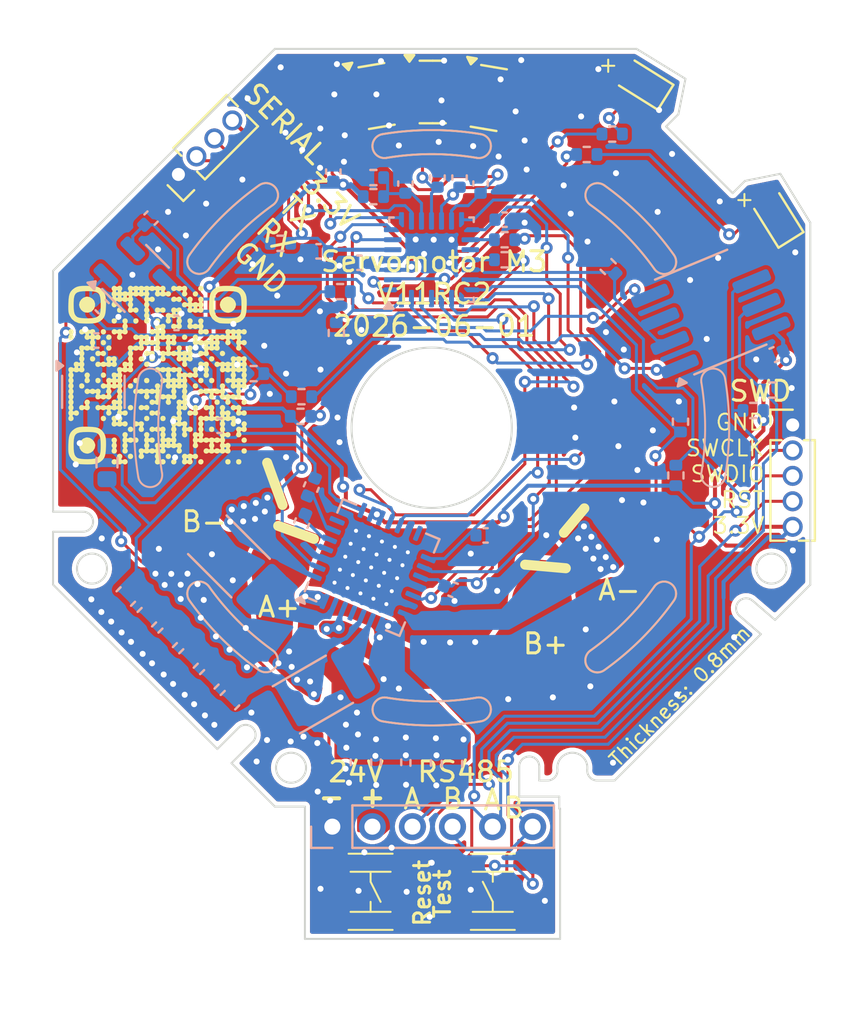
<source format=kicad_pcb>
(kicad_pcb (version 20240108) (generator "pcbnew") (generator_version "8.0")
  (title_block (title "Servo motor stepper M3") (date "2024-10-15") (rev "V11RC2"))
  (layers (0 "F.Cu" signal) (31 "B.Cu" signal) (34 "B.Paste" user) (35 "F.Paste" user) (36 "B.SilkS" user "B.Silkscreen") (37 "F.SilkS" user "F.Silkscreen") (38 "B.Mask" user) (39 "F.Mask" user) (44 "Edge.Cuts" user))
  (net 0 "")
  (net 1 "GND")
  (net 2 "/index/schTop/RS485_B")
  (net 3 "+24V")
  (net 4 "/index/schTop/RS485_A")
  (net 5 "+3.3V")
  (net 6 "/index/schTop/HALL1")
  (net 7 "/index/schTop/RESET")
  (net 8 "/index/schTop/HALL2")
  (net 9 "/index/schTop/HALL3")
  (net 10 "unconnected-(U1-VREF-Pad17)")
  (net 11 "Net-(U1-CP2)")
  (net 12 "/index/schTop/REF24")
  (net 13 "/index/schTop/TEMPERATURE")
  (net 14 "Net-(U1-CP1)")
  (net 15 "unconnected-(U1-VCP-Pad6)")
  (net 16 "/index/schTop/UART2 RX")
  (net 17 "/index/schTop/UART2 TX")
  (net 18 "/index/schTop/SWCLK")
  (net 19 "/index/schTop/SWDIO")
  (net 20 "unconnected-(U1-SENSE1-Pad23)")
  (net 21 "unconnected-(U1-SENSE2-Pad27)")
  (net 24 "/index/schTop/~{MENABLE}")
  (net 25 "/index/schTop/LED_GREEN")
  (net 26 "/index/schTop/LED_RED")
  (net 27 "/index/schTop/RS485_EN")
  (net 28 "/index/schTop/~{nFAULT}")
  (net 29 "/index/schTop/OVER_VOLTAGE")
  (net 30 "/index/schTop/IMCONTROL")
  (net 31 "/index/schTop/PWMOV")
  (net 32 "/index/schTop/B+")
  (net 33 "/index/schTop/STEP")
  (net 34 "/index/schTop/DIR")
  (net 36 "/index/schTop/A+")
  (net 37 "/index/schTop/A-")
  (net 38 "/index/schTop/B-")
  (net 39 "/index/schTop/RS485_D")
  (net 40 "/index/schTop/RS485_R")
  (net 41 "unconnected-(D1-A-Pad2)")
  (net 42 "unconnected-(D2-A-Pad2)")
  (net 43 "+5V")
  (net 45 "/index/schTop/~{INDEX}")
  (net 46 "Net-(U3--)")
  (net 47 "Net-(R8-Pad2)")
  (net 48 "/index/schTop/VIO")
  (net 49 "Net-(U3-+)")
  (footprint "servo_motor:TS3735PA-250gf" (layer "F.Cu") (at 146.5 116.4 -90)
    (property "Reference" "SW2" (hide yes))
    (property "Value" "TS3735PA-250gf")
  )
  (footprint "servo_motor:Pad_3mm_TopOnly" (layer "F.Cu") (at 140.08 96.75)
    (property "Reference" "J8" (hide yes))
    (property "Value" "Conn_01x01_Socket" (hide yes))
  )
  (footprint "Package_TO_SOT_SMD:SOT-23" (layer "F.Cu") (at 149.6 76.5)
    (property "Reference" "U7" (hide yes))
    (property "Value" "AH49HSC")
  )
  (footprint "Package_TO_SOT_SMD:SOT-23" (layer "F.Cu") (at 146.8 76.7 9.6)
    (property "Reference" "U4" (hide yes))
    (property "Value" "AH49HSC")
  )
  (footprint "servo_motor:Pad_3mm_TopOnly" (layer "F.Cu") (at 141.95 100.07)
    (property "Reference" "J3" (hide yes))
    (property "Value" "Conn_01x01_Socket" (hide yes))
  )
  (footprint "Connector_PinHeader_1.27mm:PinHeader_1x05_P1.27mm_Vertical" (layer "F.Cu") (at 167.57 93.11)
    (property "Reference" "J2" (hide yes))
    (property "Value" "01x05 male P=1.27mm")
  )
  (footprint "LED_SMD:LED_0603_1608Metric" (layer "F.Cu") (at 166.7 82.62 122)
    (property "Reference" "D2" (hide yes))
    (property "Value" "MHT192UGCT")
  )
  (footprint "Connector_PinHeader_1.27mm:PinHeader_1x04_P1.27mm_Vertical" (layer "F.Cu") (at 136.906497 80.613503 135)
    (property "Reference" "J1" (hide yes))
    (property "Value" "01x04 male P=1.27mm")
  )
  (footprint "servo_motor:TS3735PA-250gf" (layer "F.Cu") (at 152.6 116.4 90)
    (property "Reference" "SW1" (hide yes))
    (property "Value" "TS3735PA-250gf")
  )
  (footprint "servo_motor:Pad_3mm_TopOnly" (layer "F.Cu") (at 158.03 99.06)
    (property "Reference" "J6" (hide yes))
    (property "Value" "Conn_01x01_Socket" (hide yes))
  )
  (footprint "Package_TO_SOT_SMD:SOT-23" (layer "F.Cu") (at 152.4 76.8 -9.6)
    (property "Reference" "U6" (hide yes))
    (property "Value" "AH49HSC")
  )
  (footprint "LED_SMD:LED_0603_1608Metric" (layer "F.Cu") (at 159.969056 75.979055 148)
    (property "Reference" "D1" (hide yes))
    (property "Value" "KT-0603R")
  )
  (footprint "servo_motor:Pad_3mm_TopOnly" (layer "F.Cu") (at 155.05 101.93)
    (property "Reference" "J7" (hide yes))
    (property "Value" "Conn_01x01_Socket" (hide yes))
  )
  (footprint "LOGO" (layer "F.Cu") (at 135.88 90.64)
    (property "Reference" "G***" (hide yes))
    (property "Value" "LOGO" (hide yes))
  )
  (footprint "Package_DFN_QFN:QFN-28_4x4mm_P0.5mm" (layer "B.Cu") (at 149.54 84.87)
    (property "Reference" "U2" (hide yes))
    (property "Value" "STM32G031G8Ux")
  )
  (footprint "Capacitor_SMD:C_0603_1608Metric" (layer "B.Cu") (at 139.48 106.84 -135)
    (property "Reference" "C7" (hide yes))
    (property "Value" "10uF")
  )
  (footprint "Package_TO_SOT_SMD:SOT-23-3" (layer "B.Cu") (at 132.66 91.46 -90)
    (property "Reference" "U11" (hide yes))
    (property "Value" "XC6206PxxxMR")
  )
  (footprint "Capacitor_SMD:C_0603_1608Metric" (layer "B.Cu") (at 138.45 105.8 -135)
    (property "Reference" "C14" (hide yes))
    (property "Value" "10uF")
  )
  (footprint "Resistor_SMD:R_0402_1005Metric" (layer "B.Cu") (at 146.64 81.72 180)
    (property "Reference" "R29" (hide yes))
    (property "Value" "4.7k")
  )
  (footprint "Capacitor_SMD:C_0603_1608Metric" (layer "B.Cu") (at 149 109.97 -90)
    (property "Reference" "C16" (hide yes))
    (property "Value" "10uF")
  )
  (footprint "Resistor_SMD:R_0402_1005Metric" (layer "B.Cu") (at 161.97 92.95 -90)
    (property "Reference" "R4" (hide yes))
    (property "Value" "10k")
  )
  (footprint "Resistor_SMD:R_2010_5025Metric" (layer "B.Cu") (at 139.43 99.67 -45)
    (property "Reference" "R3" (hide yes))
    (property "Value" "150m")
  )
  (footprint "Resistor_SMD:R_0402_1005Metric" (layer "B.Cu") (at 144.79 88.52 90)
    (property "Reference" "R23" (hide yes))
    (property "Value" "10k")
  )
  (footprint "Capacitor_SMD:C_0402_1005Metric" (layer "B.Cu") (at 150.62 101.33 -22.5)
    (property "Reference" "C1" (hide yes))
    (property "Value" "10nF" (hide yes))
  )
  (footprint "Resistor_SMD:R_0402_1005Metric" (layer "B.Cu") (at 144.98 86.46 180)
    (property "Reference" "R8" (hide yes))
    (property "Value" "1.5k")
  )
  (footprint "Resistor_SMD:R_0402_1005Metric" (layer "B.Cu") (at 157.29 79.62)
    (property "Reference" "R11" (hide yes))
    (property "Value" "470R")
  )
  (footprint "Capacitor_SMD:C_0402_1005Metric" (layer "B.Cu") (at 133.1 87.21 -45)
    (property "Reference" "C30" (hide yes))
    (property "Value" "100pF")
  )
  (footprint "Resistor_SMD:R_0402_1005Metric" (layer "B.Cu") (at 143 92.68 180)
    (property "Reference" "R6" (hide yes))
    (property "Value" "10k")
  )
  (footprint "Resistor_SMD:R_0402_1005Metric" (layer "B.Cu") (at 161.74 95.63 -90)
    (property "Reference" "R5" (hide yes))
    (property "Value" "10k")
  )
  (footprint "Capacitor_SMD:C_0402_1005Metric" (layer "B.Cu") (at 166.65 89.6 22.5)
    (property "Reference" "C35" (hide yes))
    (property "Value" "100nF" (hide yes))
  )
  (footprint "Capacitor_SMD:C_0402_1005Metric" (layer "B.Cu") (at 132.81 88.9 180)
    (property "Reference" "C5" (hide yes))
    (property "Value" "4.7uF")
  )
  (footprint "Capacitor_SMD:C_0402_1005Metric" (layer "B.Cu") (at 136.81 88.02)
    (property "Reference" "C22" (hide yes))
    (property "Value" "1uF")
  )
  (footprint "Package_TO_SOT_SMD:SOT-23-5" (layer "B.Cu") (at 134.76 85.8 -45)
    (property "Reference" "U3" (hide yes))
    (property "Value" "LM321")
  )
  (footprint "Resistor_SMD:R_0402_1005Metric" (layer "B.Cu") (at 166.55 91.37 180)
    (property "Reference" "R2" (hide yes))
    (property "Value" "10k")
  )
  (footprint "Resistor_SMD:R_0402_1005Metric" (layer "B.Cu") (at 142 84.05 180)
    (property "Reference" "R15" (hide yes))
    (property "Value" "10k")
  )
  (footprint "Capacitor_SMD:C_0402_1005Metric" (layer "B.Cu") (at 135.54 82.79 45)
    (property "Reference" "C28" (hide yes))
    (property "Value" "100nF" (hide yes))
  )
  (footprint "Capacitor_SMD:C_0402_1005Metric" (layer "B.Cu") (at 148.24 81.07 90)
    (property "Reference" "C41" (hide yes))
    (property "Value" "100nF" (hide yes))
  )
  (footprint "Package_SO:SOIC-8_3.9x4.9mm_P1.27mm" (layer "B.Cu") (at 163.48 87.48 22.5)
    (property "Reference" "U10" (hide yes))
    (property "Value" "SP3485EN")
  )
  (footprint "Connector_PinSocket_2.00mm:PinSocket_1x06_P2.00mm_Vertical" (layer "B.Cu") (at 144.59 113.15 -90)
    (property "Reference" "J4" (hide yes))
    (property "Value" "Conn_01x06_Socket")
  )
  (footprint "Resistor_SMD:R_0603_1608Metric" (layer "B.Cu") (at 133.34 94.99 90)
    (property "Reference" "R27" (hide yes))
    (property "Value" "18k")
  )
  (footprint "Capacitor_SMD:C_0603_1608Metric" (layer "B.Cu") (at 150.56 110.01 -90)
    (property "Reference" "C12" (hide yes))
    (property "Value" "10uF")
  )
  (footprint "Capacitor_SMD:C_0402_1005Metric" (layer "B.Cu") (at 152.24 98.62)
    (property "Reference" "C6" (hide yes))
    (property "Value" "1uF")
  )
  (footprint "Resistor_SMD:R_0402_1005Metric" (layer "B.Cu") (at 158.359375 85.209375 -45)
    (property "Reference" "R13" (hide yes))
    (property "Value" "10k")
  )
  (footprint "Resistor_SMD:R_0402_1005Metric" (layer "B.Cu") (at 143.05 91.7 180)
    (property "Reference" "R24" (hide yes))
    (property "Value" "10k")
  )
  (footprint "Capacitor_SMD:C_0402_1005Metric" (layer "B.Cu") (at 149.84 80.77 90)
    (property "Reference" "C17" (hide yes))
    (property "Value" "1nF")
  )
  (footprint "Capacitor_SMD:C_0402_1005Metric" (layer "B.Cu") (at 144.64 80.47 90)
    (property "Reference" "C9" (hide yes))
    (property "Value" "1uF")
  )
  (footprint "Resistor_SMD:R_2010_5025Metric" (layer "B.Cu") (at 143.62 106.56 30)
    (property "Reference" "R1" (hide yes))
    (property "Value" "150m")
  )
  (footprint "Resistor_SMD:R_0402_1005Metric" (layer "B.Cu") (at 158.56 78.6)
    (property "Reference" "R12" (hide yes))
    (property "Value" "1.5k")
  )
  (footprint "Resistor_SMD:R_0402_1005Metric" (layer "B.Cu") (at 153.19 83.87)
    (property "Reference" "R22" (hide yes))
    (property "Value" "10k")
  )
  (footprint "Resistor_SMD:R_0402_1005Metric" (layer "B.Cu") (at 140.66 90.55 180)
    (property "Reference" "R26" (hide yes))
    (property "Value" "1.5k")
  )
  (footprint "Package_DFN_QFN:QFN-28-1EP_5x5mm_P0.5mm_EP3.75x3.75mm_ThermalVias" (layer "B.Cu") (at 146.53 100.22 -22.5)
    (property "Reference" "U1" (hide yes))
    (property "Value" "ATD5833")
  )
  (footprint "Capacitor_SMD:C_0402_1005Metric" (layer "B.Cu") (at 143.060162 98.00783 67.5)
    (property "Reference" "C2" (hide yes))
    (property "Value" "100nF" (hide yes))
  )
  (footprint "Capacitor_SMD:C_0402_1005Metric" (layer "B.Cu") (at 153.19 82.87)
    (property "Reference" "C36" (hide yes))
    (property "Value" "100nF" (hide yes))
  )
  (footprint "Capacitor_SMD:C_0603_1608Metric" (layer "B.Cu") (at 136.37 103.73 -135)
    (property "Reference" "C15" (hide yes))
    (property "Value" "10uF")
  )
  (footprint "Resistor_SMD:R_0402_1005Metric" (layer "B.Cu") (at 146.64 80.77 180)
    (property "Reference" "TH1" (hide yes))
    (property "Value" "100k 1% NTC")
  )
  (footprint "Capacitor_SMD:C_0603_1608Metric" (layer "B.Cu") (at 146.02 109.94 -90)
    (property "Reference" "C8" (hide yes))
    (property "Value" "10uF")
  )
  (footprint "Capacitor_SMD:C_0402_1005Metric" (layer "B.Cu") (at 138.96 93.15)
    (property "Reference" "C4" (hide yes))
    (property "Value" "4.7uF")
  )
  (footprint "Capacitor_SMD:C_0603_1608Metric" (layer "B.Cu") (at 147.52 109.94 -90)
    (property "Reference" "C13" (hide yes))
    (property "Value" "10uF")
  )
  (footprint "Capacitor_SMD:C_0402_1005Metric" (layer "B.Cu") (at 143.54 96.21 -112.5)
    (property "Reference" "C3" (hide yes))
    (property "Value" "100nF" (hide yes))
  )
  (footprint "Capacitor_SMD:C_0402_1005Metric" (layer "B.Cu") (at 150.94 80.77 90)
    (property "Reference" "C20" (hide yes))
    (property "Value" "1nF" (hide yes))
  )
  (footprint "Capacitor_SMD:C_0402_1005Metric" (layer "B.Cu") (at 145.94 85.02 180)
    (property "Reference" "C37" (hide yes))
    (property "Value" "100nF" (hide yes))
  )
  (footprint "Capacitor_SMD:C_0603_1608Metric" (layer "B.Cu") (at 135.33 102.7 -135)
    (property "Reference" "C10" (hide yes))
    (property "Value" "10uF")
  )
  (footprint "Capacitor_SMD:C_0603_1608Metric" (layer "B.Cu") (at 134.28 101.67 -135)
    (property "Reference" "C11" (hide yes))
    (property "Value" "10uF")
  )
  (footprint "Capacitor_SMD:C_0402_1005Metric" (layer "B.Cu") (at 151.99 81.07 90)
    (property "Reference" "C23" (hide yes))
    (property "Value" "1nF")
  )
  (footprint "Resistor_SMD:R_0402_1005Metric" (layer "B.Cu") (at 165.6 92.39)
    (property "Reference" "R17" (hide yes))
    (property "Value" "10k")
  )
  (footprint "Capacitor_SMD:C_0603_1608Metric" (layer "B.Cu") (at 137.41 104.76 -135)
    (property "Reference" "C19" (hide yes))
    (property "Value" "10uF")
  )
  (footprint "Resistor_SMD:R_0402_1005Metric" (layer "B.Cu") (at 153.19 84.87)
    (property "Reference" "R25" (hide yes))
    (property "Value" "10k")
  )
  (footprint "Capacitor_SMD:C_0402_1005Metric" (layer "B.Cu") (at 143.9 84.45 180)
    (property "Reference" "C18" (hide yes))
    (property "Value" "100nF" (hide yes))
  )
  (gr_arc (start 141.623335 104.362643) (mid 141.763365 105.199522) (end 140.926491 105.339582) (stroke (width 0.1)) (layer "B.SilkS"))
  (gr_arc (start 138.437253 85.323371) (mid 139.897916 83.597952) (end 141.623335 82.13729) (stroke (width 0.1)) (layer "B.SilkS"))
  (gr_arc (start 161.639545 101.873405) (mid 160.050467 103.750503) (end 158.173369 105.339582) (stroke (width 0.1)) (layer "B.SilkS"))
  (gr_arc (start 140.926491 105.339582) (mid 139.049394 103.750502) (end 137.460314 101.873405) (stroke (width 0.1)) (layer "B.SilkS"))
  (gr_arc (start 134.903589 90.799009) (mid 135.594402 90.306191) (end 136.087131 90.997067) (stroke (width 0.1)) (layer "B.SilkS"))
  (gr_arc (start 137.460314 84.626528) (mid 139.049404 82.749441) (end 140.926491 81.160351) (stroke (width 0.1)) (layer "B.SilkS"))
  (gr_arc (start 158.173369 81.160351) (mid 160.050459 82.749438) (end 161.639545 84.626528) (stroke (width 0.1)) (layer "B.SilkS"))
  (gr_arc (start 163.012728 90.997067) (mid 163.505463 90.306224) (end 164.196271 90.799009) (stroke (width 0.1)) (layer "B.SilkS"))
  (gr_arc (start 147.29703 79.787168) (mid 149.54993 79.599966) (end 151.80283 79.787168) (stroke (width 0.1)) (layer "B.SilkS"))
  (gr_arc (start 160.662607 101.176562) (mid 159.201932 102.901968) (end 157.476525 104.362643) (stroke (width 0.1)) (layer "B.SilkS"))
  (gr_arc (start 158.173369 105.339582) (mid 157.336441 105.199561) (end 157.476525 104.362643) (stroke (width 0.1)) (layer "B.SilkS"))
  (gr_arc (start 151.80283 106.712765) (mid 149.54993 106.899966) (end 147.29703 106.712765) (stroke (width 0.1)) (layer "B.SilkS"))
  (gr_arc (start 136.087131 95.502866) (mid 135.594384 96.193639) (end 134.903589 95.700923) (stroke (width 0.1)) (layer "B.SilkS"))
  (gr_arc (start 152.000887 107.896308) (mid 149.54993 108.099966) (end 147.098973 107.896308) (stroke (width 0.1)) (layer "B.SilkS"))
  (gr_arc (start 152.000887 78.603625) (mid 152.493668 79.294432) (end 151.80283 79.787168) (stroke (width 0.1)) (layer "B.SilkS"))
  (gr_arc (start 157.476525 82.13729) (mid 159.201937 83.597959) (end 160.662607 85.323371) (stroke (width 0.1)) (layer "B.SilkS"))
  (gr_arc (start 147.098973 78.603625) (mid 149.54993 78.399966) (end 152.000887 78.603625) (stroke (width 0.1)) (layer "B.SilkS"))
  (gr_arc (start 140.926491 81.160351) (mid 141.763365 81.300412) (end 141.623335 82.13729) (stroke (width 0.1)) (layer "B.SilkS"))
  (gr_arc (start 157.476525 82.13729) (mid 157.336445 81.300375) (end 158.173369 81.160351) (stroke (width 0.1)) (layer "B.SilkS"))
  (gr_arc (start 134.903589 95.700923) (mid 134.699936 93.249966) (end 134.903589 90.799009) (stroke (width 0.1)) (layer "B.SilkS"))
  (gr_arc (start 151.80283 106.712765) (mid 152.493648 107.205505) (end 152.000887 107.896308) (stroke (width 0.1)) (layer "B.SilkS"))
  (gr_arc (start 163.012728 90.997067) (mid 163.199941 93.249966) (end 163.012728 95.502866) (stroke (width 0.1)) (layer "B.SilkS"))
  (gr_arc (start 137.460314 101.873405) (mid 137.600373 101.03653) (end 138.437253 101.176562) (stroke (width 0.1)) (layer "B.SilkS"))
  (gr_arc (start 164.196271 95.700923) (mid 163.505468 96.193675) (end 163.012728 95.502866) (stroke (width 0.1)) (layer "B.SilkS"))
  (gr_arc (start 161.639545 84.626528) (mid 161.499535 85.463471) (end 160.662607 85.323371) (stroke (width 0.1)) (layer "B.SilkS"))
  (gr_arc (start 160.662607 101.176562) (mid 161.499514 101.03649) (end 161.639545 101.873405) (stroke (width 0.1)) (layer "B.SilkS"))
  (gr_arc (start 164.196271 90.799009) (mid 164.399936 93.249966) (end 164.196271 95.700923) (stroke (width 0.1)) (layer "B.SilkS"))
  (gr_arc (start 147.29703 79.787168) (mid 146.606231 79.294425) (end 147.098973 78.603625) (stroke (width 0.1)) (layer "B.SilkS"))
  (gr_arc (start 136.087131 95.502866) (mid 135.899937 93.249966) (end 136.087131 90.997067) (stroke (width 0.1)) (layer "B.SilkS"))
  (gr_arc (start 138.437253 85.323371) (mid 137.600383 85.46339) (end 137.460314 84.626528) (stroke (width 0.1)) (layer "B.SilkS"))
  (gr_arc (start 147.098973 107.896308) (mid 146.606187 107.2055) (end 147.29703 106.712765) (stroke (width 0.1)) (layer "B.SilkS"))
  (gr_arc (start 141.623335 104.362643) (mid 139.897915 102.901982) (end 138.437253 101.176562) (stroke (width 0.1)) (layer "B.SilkS"))
  (gr_arc (start 152.000887 107.896308) (mid 149.54993 108.099966) (end 147.098973 107.896308) (stroke (width 0.1)) (layer "F.SilkS"))
  (gr_arc (start 140.926491 105.339582) (mid 139.049394 103.750502) (end 137.460314 101.873405) (stroke (width 0.1)) (layer "F.SilkS"))
  (gr_arc (start 151.80283 106.712765) (mid 152.493643 107.205476) (end 152.000887 107.896308) (stroke (width 0.1)) (layer "F.SilkS"))
  (gr_arc (start 147.29703 79.787168) (mid 149.54993 79.599966) (end 151.80283 79.787168) (stroke (width 0.1)) (layer "F.SilkS"))
  (gr_line (start 156.148256 98.489872) (end 157.171743 97.270128) (stroke (width 0.5)) (layer "F.SilkS"))
  (gr_arc (start 138.437253 85.323371) (mid 137.60037 85.463382) (end 137.460314 84.626528) (stroke (width 0.1)) (layer "F.SilkS"))
  (gr_line (start 141.888034 98.145351) (end 143.671965 98.794649) (stroke (width 0.5)) (layer "F.SilkS"))
  (gr_arc (start 147.098973 107.896308) (mid 146.606193 107.205466) (end 147.29703 106.712765) (stroke (width 0.1)) (layer "F.SilkS"))
  (gr_arc (start 147.29703 79.787168) (mid 146.606232 79.294428) (end 147.098973 78.603625) (stroke (width 0.1)) (layer "F.SilkS"))
  (gr_arc (start 151.80283 106.712765) (mid 149.54993 106.899966) (end 147.29703 106.712765) (stroke (width 0.1)) (layer "F.SilkS"))
  (gr_arc (start 147.098973 78.603625) (mid 149.54993 78.399966) (end 152.000887 78.603625) (stroke (width 0.1)) (layer "F.SilkS"))
  (gr_line (start 154.213881 100.081101) (end 156.246118 100.258899) (stroke (width 0.5)) (layer "F.SilkS"))
  (gr_arc (start 152.000887 78.603625) (mid 152.493668 79.294428) (end 151.80283 79.787168) (stroke (width 0.1)) (layer "F.SilkS"))
  (gr_arc (start 158.173369 105.339582) (mid 157.3364 105.199544) (end 157.476525 104.362643) (stroke (width 0.1)) (layer "F.SilkS"))
  (gr_arc (start 137.460314 84.626528) (mid 139.049399 82.749437) (end 140.926491 81.160351) (stroke (width 0.1)) (layer "F.SilkS"))
  (gr_arc (start 160.662607 101.176562) (mid 159.201934 102.90197) (end 157.476525 104.362643) (stroke (width 0.1)) (layer "F.SilkS"))
  (gr_arc (start 157.476525 82.13729) (mid 159.201937 83.597959) (end 160.662607 85.323371) (stroke (width 0.1)) (layer "F.SilkS"))
  (gr_arc (start 137.460314 101.873405) (mid 137.600376 101.036527) (end 138.437253 101.176562) (stroke (width 0.1)) (layer "F.SilkS"))
  (gr_arc (start 157.476525 82.13729) (mid 157.336439 81.300384) (end 158.173369 81.160351) (stroke (width 0.1)) (layer "F.SilkS"))
  (gr_arc (start 138.437253 85.323371) (mid 139.897919 83.597955) (end 141.623335 82.13729) (stroke (width 0.1)) (layer "F.SilkS"))
  (gr_arc (start 161.639545 101.873405) (mid 160.05047 103.750507) (end 158.173369 105.339582) (stroke (width 0.1)) (layer "F.SilkS"))
  (gr_arc (start 158.173369 81.160351) (mid 160.050457 82.749438) (end 161.639545 84.626528) (stroke (width 0.1)) (layer "F.SilkS"))
  (gr_line (start 141.336937 94.997544) (end 142.103062 97.102455) (stroke (width 0.5)) (layer "F.SilkS"))
  (gr_arc (start 140.926491 81.160351) (mid 141.76335 81.300392) (end 141.623335 82.13729) (stroke (width 0.1)) (layer "F.SilkS"))
  (gr_arc (start 141.623335 104.362643) (mid 141.763367 105.19952) (end 140.926491 105.339582) (stroke (width 0.1)) (layer "F.SilkS"))
  (gr_arc (start 161.639545 84.626528) (mid 161.499527 85.463477) (end 160.662607 85.323371) (stroke (width 0.1)) (layer "F.SilkS"))
  (gr_arc (start 160.662607 101.176562) (mid 161.499538 101.036507) (end 161.639545 101.873405) (stroke (width 0.1)) (layer "F.SilkS"))
  (gr_arc (start 141.623335 104.362643) (mid 139.897923 102.901974) (end 138.437253 101.176562) (stroke (width 0.1)) (layer "F.SilkS"))
  (gr_arc (start 153.92 110.149853) (mid 154.06644 109.796336) (end 154.42 109.65) (stroke (width 0.1)) (layer "Edge.Cuts"))
  (gr_arc (start 157.813728 110.85) (mid 157.441024 110.683385) (end 157.316749 110.294541) (stroke (width 0.1)) (layer "Edge.Cuts"))
  (gr_line (start 161.251783 78.223147) (end 164.576853 81.548217) (stroke (width 0.1)) (layer "Edge.Cuts"))
  (gr_arc (start 139.908891 108.216217) (mid 140.615946 108.216253) (end 140.615965 108.923289) (stroke (width 0.1)) (layer "Edge.Cuts"))
  (gr_line (start 155.92 112.25) (end 155.961421 112.25) (stroke (width 0.1)) (layer "Edge.Cuts"))
  (gr_line (start 141.721364 74.35) (end 130.65 85.421364) (stroke (width 0.1)) (layer "Edge.Cuts"))
  (gr_line (start 154.92 110.85) (end 154.92 110.15) (stroke (width 0.1)) (layer "Edge.Cuts"))
  (gr_arc (start 155.826003 110.294541) (mid 155.700899 110.684333) (end 155.326579 110.85) (stroke (width 0.1)) (layer "Edge.Cuts"))
  (gr_line (start 158.678636 110.85) (end 157.813728 110.85) (stroke (width 0.1)) (layer "Edge.Cuts"))
  (gr_line (start 155.961421 112.25) (end 155.961421 118.75) (stroke (width 0.1)) (layer "Edge.Cuts"))
  (gr_line (start 153.92 110.149853) (end 153.92 111.65) (stroke (width 0.1)) (layer "Edge.Cuts"))
  (gr_circle (center 149.55 93.25) (end 153.55 93.25) (stroke (width 0.1)) (fill none) (layer "Edge.Cuts"))
  (gr_circle (center 142.528624 110.211359) (end 143.278624 110.211359) (stroke (width 0.1)) (fill none) (layer "Edge.Cuts"))
  (gr_line (start 165.190609 80.93446) (end 164.576853 81.548217) (stroke (width 0.1)) (layer "Edge.Cuts"))
  (gr_circle (center 166.509232 100.276502) (end 167.259232 100.276502) (stroke (width 0.1)) (fill none) (layer "Edge.Cuts"))
  (gr_line (start 143.221421 112.15) (end 143.221421 118.75) (stroke (width 0.1)) (layer "Edge.Cuts"))
  (gr_line (start 139.555343 109.983979) (end 141.721364 112.15) (stroke (width 0.1)) (layer "Edge.Cuts"))
  (gr_line (start 141.721364 112.15) (end 143.221421 112.15) (stroke (width 0.1)) (layer "Edge.Cuts"))
  (gr_arc (start 132.150028 97.438636) (mid 132.650056 97.935827) (end 132.155772 98.438636) (stroke (width 0.1)) (layer "Edge.Cuts"))
  (gr_arc (start 164.915456 102.633253) (mid 164.861098 101.928314) (end 165.566048 101.873826) (stroke (width 0.1)) (layer "Edge.Cuts"))
  (gr_line (start 164.915456 102.633253) (end 165.981852 103.546785) (stroke (width 0.1)) (layer "Edge.Cuts"))
  (gr_line (start 159.78 74.35) (end 162.218551 75.844346) (stroke (width 0.1)) (layer "Edge.Cuts"))
  (gr_line (start 143.221421 118.75) (end 155.961421 118.75) (stroke (width 0.1)) (layer "Edge.Cuts"))
  (gr_arc (start 154.42 109.65) (mid 154.773553 109.796447) (end 154.92 110.15) (stroke (width 0.1)) (layer "Edge.Cuts"))
  (gr_line (start 130.65 98.438636) (end 130.65 101.078636) (stroke (width 0.1)) (layer "Edge.Cuts"))
  (gr_line (start 141.721364 74.35) (end 159.78 74.35) (stroke (width 0.1)) (layer "Edge.Cuts"))
  (gr_line (start 162.218551 75.844346) (end 161.86554 77.609391) (stroke (width 0.1)) (layer "Edge.Cuts"))
  (gr_line (start 139.908891 108.216217) (end 138.848236 109.276873) (stroke (width 0.1)) (layer "Edge.Cuts"))
  (gr_line (start 168.45 101.078636) (end 168.45 83.02) (stroke (width 0.1)) (layer "Edge.Cuts"))
  (gr_line (start 130.65 85.421364) (end 130.65 97.438636) (stroke (width 0.1)) (layer "Edge.Cuts"))
  (gr_line (start 161.86554 77.609391) (end 161.251783 78.223147) (stroke (width 0.1)) (layer "Edge.Cuts"))
  (gr_line (start 155.326579 110.85) (end 154.92 110.85) (stroke (width 0.1)) (layer "Edge.Cuts"))
  (gr_line (start 153.92 111.65) (end 155.92 111.65) (stroke (width 0.1)) (layer "Edge.Cuts"))
  (gr_line (start 132.150028 97.438636) (end 130.65 97.438636) (stroke (width 0.1)) (layer "Edge.Cuts"))
  (gr_line (start 166.691063 102.837574) (end 165.566048 101.873826) (stroke (width 0.1)) (layer "Edge.Cuts"))
  (gr_circle (center 132.590768 100.276502) (end 133.340768 100.276502) (stroke (width 0.1)) (fill none) (layer "Edge.Cuts"))
  (gr_line (start 166.955654 80.581449) (end 165.190609 80.93446) (stroke (width 0.1)) (layer "Edge.Cuts"))
  (gr_line (start 158.678636 110.85) (end 165.981852 103.546785) (stroke (width 0.1)) (layer "Edge.Cuts"))
  (gr_line (start 166.691063 102.837574) (end 168.45 101.078636) (stroke (width 0.1)) (layer "Edge.Cuts"))
  (gr_line (start 155.92 111.65) (end 155.92 112.25) (stroke (width 0.1)) (layer "Edge.Cuts"))
  (gr_line (start 130.65 101.078636) (end 138.848236 109.276873) (stroke (width 0.1)) (layer "Edge.Cuts"))
  (gr_line (start 130.65 98.438636) (end 132.155772 98.438636) (stroke (width 0.1)) (layer "Edge.Cuts"))
  (gr_arc (start 155.826003 110.294541) (mid 156.571376 109.461359) (end 157.316749 110.294541) (stroke (width 0.1)) (layer "Edge.Cuts"))
  (gr_line (start 168.45 83.02) (end 166.955654 80.581449) (stroke (width 0.1)) (layer "Edge.Cuts"))
  (gr_line (start 139.555343 109.983979) (end 140.615999 108.923323) (stroke (width 0.1)) (layer "Edge.Cuts"))
  (gr_text "+" (at 145.85 112.25 0) (layer "F.SilkS") (effects (font (size 1 1) (thickness 0.2)) (justify left bottom)))
  (gr_text "Reset" (at 149.55 118.2 90) (layer "F.SilkS") (effects (font (size 0.8 0.8)) (justify left bottom)))
  (gr_text "+" (at 164.6 82.3 0) (layer "F.SilkS") (effects (font (size 0.8 0.8) (thickness 0.1)) (justify left bottom)))
  (gr_text "3.3V\nTX\nRX\nGND" (at 139.45 84.55 -45) (layer "F.SilkS") (effects (font (size 1 1)) (justify left bottom)))
  (gr_text "B" (at 150 112.35 0) (layer "F.SilkS") (effects (font (size 1 1)) (justify left bottom)))
  (gr_text "Servomotor M3\n${REVISION}\n${CURRENT_DATE}" (at 149.67 88.77 0) (layer "F.SilkS") (effects (font (size 1 1)) (justify bottom)))
  (gr_text "RS485" (at 148.75 111 0) (layer "F.SilkS") (effects (font (size 1 1)) (justify left bottom)))
  (gr_text "SWD" (at 164.32 92.01 0) (layer "F.SilkS") (effects (font (size 1 1)) (justify left bottom)))
  (gr_text "-" (at 143.8 112.25 0) (layer "F.SilkS") (effects (font (size 1 1) (thickness 0.2)) (justify left bottom)))
  (gr_text "B" (at 153.05 112.8 0) (layer "F.SilkS") (effects (font (size 1 1)) (justify left bottom)))
  (gr_text "Thickness: 0.8mm" (at 158.85 110.31 45) (layer "F.SilkS") (effects (font (size 0.7 0.7) (thickness 0.1)) (justify left bottom)))
  (gr_text "Test" (at 150.55 117.8 90) (layer "F.SilkS") (effects (font (size 0.8 0.8)) (justify left bottom)))
  (gr_text "+" (at 157.8 75.6 0) (layer "F.SilkS") (effects (font (size 0.8 0.8) (thickness 0.1)) (justify left bottom)))
  (gr_text "A+" (at 140.78 102.78 0) (layer "F.SilkS") (effects (font (size 1 1)) (justify left bottom)))
  (gr_text "GND\nSWCLK\nSWDIO\nRST\n3.3V" (at 166.23 98.6 0) (layer "F.SilkS") (effects (font (size 0.8 0.8) (thickness 0.1)) (justify right bottom)))
  (gr_text "24V" (at 144.3 111 0) (layer "F.SilkS") (effects (font (size 1 1)) (justify left bottom)))
  (gr_text "B-" (at 136.97 98.52 0) (layer "F.SilkS") (effects (font (size 1 1)) (justify left bottom)))
  (gr_text "SERIAL" (at 139.974557 76.65 -45) (layer "F.SilkS") (effects (font (size 1 1)) (justify left bottom)))
  (gr_text "A" (at 148.05 112.35 0) (layer "F.SilkS") (effects (font (size 1 1)) (justify left bottom)))
  (gr_text "B+" (at 154.02 104.61 0) (layer "F.SilkS") (effects (font (size 1 1)) (justify left bottom)))
  (gr_text "A-" (at 157.77 101.93 0) (layer "F.SilkS") (effects (font (size 1 1)) (justify left bottom)))
  (gr_text "A" (at 152.05 112.4 0) (layer "F.SilkS") (effects (font (size 1 1)) (justify left bottom)))
  (segment (start 151.79 76.72) (end 153.158025 76.72) (width 0.2) (layer "F.Cu") (net 1))
  (segment (start 151.49 76.42) (end 151.79 76.72) (width 0.2) (layer "F.Cu") (net 1))
  (segment (start 148.29 76.42) (end 151.49 76.42) (width 0.2) (layer "F.Cu") (net 1))
  (via (at 154.02 74.91) (size 0.6) (drill 0.3) (layers "F.Cu" "B.Cu") (net 1))
  (via (at 145.419112 110.960029) (size 0.6) (drill 0.3) (layers "F.Cu" "B.Cu") (net 1))
  (via (at 144.48 111.85) (size 0.6) (drill 0.3) (layers "F.Cu" "B.Cu") (net 1))
  (via (at 160.9 77.4) (size 0.6) (drill 0.3) (layers "F.Cu" "B.Cu") (net 1))
  (via (at 154.19 78.92) (size 0.6) (drill 0.3) (layers "F.Cu" "B.Cu") (net 1))
  (via (at 162.45 85.88) (size 0.6) (drill 0.3) (layers "F.Cu" "B.Cu") (net 1))
  (via (at 150.42 85.03) (size 0.6) (drill 0.3) (layers "F.Cu" "B.Cu") (net 1))
  (via (at 138.58 99.56) (size 0.6) (drill 0.3) (layers "F.Cu" "B.Cu") (net 1))
  (via (at 137.69 107.04) (size 0.6) (drill 0.3) (layers "F.Cu" "B.Cu") (net 1))
  (via (at 143.976917 80.283083) (size 0.6) (drill 0.3) (layers "F.Cu" "B.Cu") (net 1))
  (via (at 163.93 81.96) (size 0.6) (drill 0.3) (layers "F.Cu" "B.Cu") (net 1))
  (via (at 150.69 101.89) (size 0.6) (drill 0.3) (layers "F.Cu" "B.Cu") (net 1))
  (via (at 138.23 107.6) (size 0.6) (drill 0.3) (layers "F.Cu" "B.Cu") (net 1))
  (via (at 155.2 116.85) (size 0.6) (drill 0.3) (layers "F.Cu" "B.Cu") (net 1))
  (via (at 141.84 86.66) (size 0.6) (drill 0.3) (layers "F.Cu" "B.Cu") (net 1))
  (via (at 147.91 79.17) (size 0.6) (drill 0.3) (layers "F.Cu" "B.Cu") (net 1))
  (via (at 149.17 84.58) (size 0.6) (drill 0.3) (layers "F.Cu" "B.Cu") (net 1))
  (via (at 149.65 83.87) (size 0.6) (drill 0.3) (layers "F.Cu" "B.Cu") (net 1))
  (via (at 137.02 101.08) (size 0.6) (drill 0.3) (layers "F.Cu" "B.Cu") (net 1))
  (via (at 158.87 94.17) (size 0.6) (drill 0.3) (layers "F.Cu" "B.Cu") (net 1))
  (via (at 134.61 85.62) (size 0.6) (drill 0.3) (layers "F.Cu" "B.Cu") (net 1))
  (via (at 143.081917 79.388083) (size 0.6) (drill 0.3) (layers "F.Cu" "B.Cu") (net 1))
  (via (at 139.62 100.86) (size 0.6) (drill 0.3) (layers "F.Cu" "B.Cu") (net 1))
  (via (at 150.17 74.936) (size 0.6) (drill 0.3) (layers "F.Cu" "B.Cu") (net 1))
  (via (at 160.12 96.98) (size 0.6) (drill 0.3) (layers "F.Cu" "B.Cu") (net 1))
  (via (at 139.89 92.92) (size 0.6) (drill 0.3) (layers "F.Cu" "B.Cu") (net 1))
  (via (at 160.79 98.83) (size 0.6) (drill 0.3) (layers "F.Cu" "B.Cu") (net 1))
  (via (at 145.44 88.97) (size 0.6) (drill 0.3) (layers "F.Cu" "B.Cu") (net 1))
  (via (at 155.27 98.61) (size 0.6) (drill 0.3) (layers "F.Cu" "B.Cu") (net 1))
  (via (at 140.27 103.24) (size 0.6) (drill 0.3) (layers "F.Cu" "B.Cu") (net 1))
  (via (at 137.86 101.05) (size 0.6) (drill 0.3) (layers "F.Cu" "B.Cu") (net 1))
  (via (at 137.06 87.55) (size 0.6) (drill 0.3) (layers "F.Cu" "B.Cu") (net 1))
  (via (at 145.21 78.66) (size 0.6) (drill 0.3) (layers "F.Cu" "B.Cu") (net 1))
  (via (at 138.17 101.84) (size 0.6) (drill 0.3) (layers "F.Cu" "B.Cu") (net 1))
  (via (at 139.65 88.07) (size 0.6) (drill 0.3) (layers "F.Cu" "B.Cu") (net 1))
  (via (at 137.22 106.57) (size 0.6) (drill 0.3) (layers "F.Cu" "B.Cu") (net 1))
  (via (at 146.19 114.43) (size 0.6) (drill 0.3) (layers "F.Cu" "B.Cu") (net 1))
  (via (at 163.85 84.78) (size 0.6) (drill 0.3) (layers "F.Cu" "B.Cu") (net 1))
  (via (at 136.22 101.09) (size 0.6) (drill 0.3) (layers "F.Cu" "B.Cu") (net 1))
  (via (at 142.28 94.72) (size 0.6) (drill 0.3) (layers "F.Cu" "B.Cu") (net 1))
  (via (at 135.59 105) (size 0.6) (drill 0.3) (layers "F.Cu" "B.Cu") (net 1))
  (via (at 135.76 100.53) (size 0.6) (drill 0.3) (layers "F.Cu" "B.Cu") (net 1))
  (via (at 146.78 111.07) (size 0.6) (drill 0.3) (layers "F.Cu" "B.Cu") (net 1))
  (via (at 136.55 100.54) (size 0.6) (drill 0.3) (layers "F.Cu" "B.Cu") (net 1))
  (via (at 159.05 96.86) (size 0.6) (drill 0.3) (layers "F.Cu" "B.Cu") (net 1))
  (via (at 148.75 83.86) (size 0.6) (drill 0.3) (layers "F.Cu" "B.Cu") (net 1))
  (via (at 133.9 92.7) (size 0.6) (drill 0.3) (layers "F.Cu" "B.Cu") (net 1))
  (via (at 131.84 89.49) (size 0.6) (drill 0.3) (layers "F.Cu" "B.Cu") (net 1))
  (via (at 158.75 80.55) (size 0.6) (drill 0.3) (layers "F.Cu" "B.Cu") (net 1))
  (via (at 142.279771 90.550229) (size 0.6) (drill 0.3) (layers "F.Cu" "B.Cu") (net 1))
  (via (at 141.19 89.16) (size 0.6) (drill 0.3) (layers "F.Cu" "B.Cu") (net 1))
  (via (at 156.66 92.24) (size 0.6) (drill 0.3) (layers "F.Cu" "B.Cu") (net 1))
  (via (at 157.87 75.36) (size 0.6) (drill 0.3) (layers "F.Cu" "B.Cu") (net 1))
  (via (at 163.28 88.82) (size 0.6) (drill 0.3) (layers "F.Cu" "B.Cu") (net 1))
  (via (at 145.9 116.35) (size 0.6) (drill 0.3) (layers "F.Cu" "B.Cu") (net 1))
  (via (at 143.84 108.98) (size 0.6) (drill 0.3) (layers "F.Cu" "B.Cu") (net 1))
  (via (at 167.58 99.37) (size 0.6) (drill 0.3) (layers "F.Cu" "B.Cu") (net 1))
  (via (at 150.09 78.04) (size 0.6) (drill 0.3) (layers "F.Cu" "B.Cu") (net 1))
  (via (at 137.28 83.66) (size 0.6) (drill 0.3) (layers "F.Cu" "B.Cu") (net 1))
  (via (at 150.54 83.87) (size 0.6) (drill 0.3) (layers "F.Cu" "B.Cu") (net 1))
  (via (at 143 84.85) (size 0.6) (drill 0.3) (layers "F.Cu" "B.Cu") (net 1))
  (via (at 144.94 85.17) (size 0.6) (drill 0.3) (layers "F.Cu" "B.Cu") (net 1))
  (via (at 135.93 99.29) (size 0.6) (drill 0.3) (layers "F.Cu" "B.Cu") (net 1))
  (via (at 141.47 91.56) (size 0.6) (drill 0.3) (layers "F.Cu" "B.Cu") (net 1))
  (via (at 151.5 116.3) (size 0.6) (drill 0.3) (layers "F.Cu" "B.Cu") (net 1))
  (via (at 152.82 101.39) (size 0.6) (drill 0.3) (layers "F.Cu" "B.Cu") (net 1))
  (via (at 158.6 109.96) (size 0.6) (drill 0.3) (layers "F.Cu" "B.Cu") (net 1))
  (via (at 144 90.35) (size 0.6) (drill 0.3) (layers "F.Cu" "B.Cu") (net 1))
  (via (at 156.49 82.57) (size 0.6) (drill 0.3) (layers "F.Cu" "B.Cu") (net 1))
  (via (at 153.37 106.79) (size 0.6) (drill 0.3) (layers "F.Cu" "B.Cu") (net 1))
  (via (at 144.82 75.11) (size 0.6) (drill 0.3) (layers "F.Cu" "B.Cu") (net 1))
  (via (at 157.24 103.31) (size 0.6) (drill 0.3) (layers "F.Cu" "B.Cu") (net 1))
  (via (at 145.25 110.26) (size 0.6) (drill 0.3) (layers "F.Cu" "B.Cu") (net 1))
  (via (at 159.14 89.35) (size 0.6) (drill 0.3) (layers "F.Cu" "B.Cu") (net 1))
  (via (at 142.25 78.53) (size 0.6) (drill 0.3) (layers "F.Cu" "B.Cu") (net 1))
  (via (at 133.55 102.92) (size 0.6) (drill 0.3) (layers "F.Cu" "B.Cu") (net 1))
  (via (at 158.67 91.94) (size 0.6) (drill 0.3) (layers "F.Cu" "B.Cu") (net 1))
  (via (at 145.17 79.98) (size 0.6) (drill 0.3) (layers "F.Cu" "B.Cu") (net 1))
  (via (at 151.5 99.53) (size 0.6) (drill 0.3) (layers "F.Cu" "B.Cu") (net 1))
  (via (at 132.25 88.34) (size 0.6) (drill 0.3) (layers "F.Cu" "B.Cu") (net 1))
  (via (at 148.27 111.06) (size 0.6) (drill 0.3) (layers "F.Cu" "B.Cu") (net 1))
  (via (at 149.78 111.09) (size 0.6) (drill 0.3) (layers "F.Cu" "B.Cu") (net 1))
  (via (at 140.61 85.09) (size 0.6) (drill 0.3) (layers "F.Cu" "B.Cu") (net 1))
  (via (at 140.81 109.9) (size 0.6) (drill 0.3) (layers "F.Cu" "B.Cu") (net 1))
  (via (at 167.52 91.27) (size 0.6) (drill 0.3) (layers "F.Cu" "B.Cu") (net 1))
  (via (at 157.330262 83.96218) (size 0.6) (drill 0.3) (layers "F.Cu" "B.Cu") (net 1))
  (via (at 140.55 107.46) (size 0.6) (drill 0.3) (layers "F.Cu" "B.Cu") (net 1))
  (via (at 134.07 103.46) (size 0.6) (drill 0.3) (layers "F.Cu" "B.Cu") (net 1))
  (via (at 157.47 106.15) (size 0.6) (drill 0.3) (layers "F.Cu" "B.Cu") (net 1))
  (via (at 151.62 79.2) (size 0.6) (drill 0.3) (layers "F.Cu" "B.Cu") (net 1))
  (via (at 144.95 93.97) (size 0.6) (drill 0.3) (layers "F.Cu" "B.Cu") (net 1))
  (via (at 133.91 87.72) (size 0.6) (drill 0.3) (layers "F.Cu" "B.Cu") (net 1))
  (via (at 140.33 105.2) (size 0.6) (drill 0.3) (layers "F.Cu" "B.Cu") (net 1))
  (via (at 143.99 78.32) (size 0.6) (drill 0.3) (layers "F.Cu" "B.Cu") (net 1))
  (via (at 141.33 108.83) (size 0.6) (drill 0.3) (layers "F.Cu" "B.Cu") (net 1))
  (via (at 161.55 79.59) (size 0.6) (drill 0.3) (layers "F.Cu" "B.Cu") (net 1))
  (via (at 161.89 91.94) (size 0.6) (drill 0.3) (layers "F.Cu" "B.Cu") (net 1))
  (via (at 149.55 114.95) (size 0.6) (drill 0.3) (layers "F.Cu" "B.Cu") (net 1))
  (via (at 154.29 80.37) (size 0.6) (drill 0.3) (layers "F.Cu" "B.Cu") (net 1))
  (via (at 149.9 78.99) (size 0.6) (drill 0.3) (layers "F.Cu" "B.Cu") (net 1))
  (via (at 138.02 102.73) (size 0.6) (drill 0.3) (layers "F.Cu" "B.Cu") (net 1))
  (via (at 136.39 82.48) (size 0.6) (drill 0.3) (layers "F.Cu" "B.Cu") (net 1))
  (via (at 167.7 84.5) (size 0.6) (drill 0.3) (layers "F.Cu" "B.Cu") (net 1))
  (via (at 156.72 93.74) (size 0.6) (drill 0.3) (layers "F.Cu" "B.Cu") (net 1))
  (via (at 135.12 104.53) (size 0.6) (drill 0.3) (layers "F.Cu" "B.Cu") (net 1))
  (via (at 147.55 114.2) (size 0.6) (drill 0.3) (layers "F.Cu" "B.Cu") (net 1))
  (via (at 144 116.25) (size 0.6) (drill 0.3) (layers "F.Cu" "B.Cu") (net 1))
  (via (at 134.54 103.93) (size 0.6) (drill 0.3) (layers "F.Cu" "B.Cu") (net 1))
  (via (at 143.15 108.66) (size 0.6) (drill 0.3) (layers "F.Cu" "B.Cu") (net 1))
  (via (at 137.36 100.53) (size 0.6) (drill 0.3) (layers "F.Cu" "B.Cu") (net 1))
  (via (at 133.06 102.44) (size 0.6) (drill 0.3) (layers "F.Cu" "B.Cu") (net 1))
  (via (at 139.46 104.32) (size 0.6) (drill 0.3) (layers "F.Cu" "B.Cu") (net 1))
  (via (at 131.98 94.02) (size 0.6) (drill 0.3) (layers "F.Cu" "B.Cu") (net 1))
  (via (at 155.6 106.7) (size 0.6) (drill 0.3) (layers "F.Cu" "B.Cu") (net 1))
  (via (at 158.25 88.48) (size 0.6) (drill 0.3) (layers "F.Cu" "B.Cu") (net 1))
  (via (at 133.08 98.77) (size 0.6) (drill 0.3) (layers "F.Cu" "B.Cu") (net 1))
  (via (at 147.02 74.96) (size 0.6) (drill 0.3) (layers "F.Cu" "B.Cu") (net 1))
  (via (at 160.83 82.48) (size 0.6) (drill 0.3) (layers "F.Cu" "B.Cu") (net 1))
  (via (at 142.01 75.27) (size 0.6) (drill 0.3) (layers "F.Cu" "B.Cu") (net 1))
  (via (at 149.15 103.93) (size 0.6) (drill 0.3) (layers "F.Cu" "B.Cu") (net 1))
  (via (at 138.7 108.07) (size 0.6) (drill 0.3) (layers "F.Cu" "B.Cu") (net 1))
  (via (at 140.36 76.82) (size 0.6) (drill 0.3) (layers "F.Cu" "B.Cu") (net 1))
  (via (at 150.04 76.92) (size 0.6) (drill 0.3) (layers "F.Cu" "B.Cu") (net 1))
  (via (at 152.99 75.87) (size 0.6) (drill 0.3) (layers "F.Cu" "B.Cu") (net 1))
  (via (at 159.82 95.36) (size 0.6) (drill 0.3) (layers "F.Cu" "B.Cu") (net 1))
  (via (at 147.42 78.17) (size 0.6) (drill 0.3) (layers "F.Cu" "B.Cu") (net 1))
  (via (at 131.78 95.08) (size 0.6) (drill 0.3) (layers "F.Cu" "B.Cu") (net 1))
  (via (at 138.02 90.29) (size 0.6) (drill 0.3) (layers "F.Cu" "B.Cu") (net 1))
  (via (at 144.69 76.62) (size 0.6) (drill 0.3) (layers "F.Cu" "B.Cu") (net 1))
  (via (at 132.56 101.81) (size 0.6) (drill 0.3) (layers "F.Cu" "B.Cu") (net 1))
  (via (at 157.01 77.72) (size 0.6) (drill 0.3) (layers "F.Cu" "B.Cu") (net 1))
  (via (at 143.97 87.44) (size 0.6) (drill 0.3) (layers "F.Cu" "B.Cu") (net 1))
  (via (at 143.86 111.4) (size 0.6) (drill 0.3) (layers "F.Cu" "B.Cu") (net 1))
  (via (at 153.74 77.47) (size 0.6) (drill 0.3) (layers "F.Cu" "B.Cu") (net 1))
  (via (at 165.75 89.84) (size 0.6) (drill 0.3) (layers "F.Cu" "B.Cu") (net 1))
  (via (at 136.74 94.73) (size 0.6) (drill 0.3) (layers "F.Cu" "B.Cu") (net 1))
  (via (at 136.17 105.56) (size 0.6) (drill 0.3) (layers "F.Cu" "B.Cu") (net 1))
  (via (at 150.47 103.96) (size 0.6) (drill 0.3) (layers "F.Cu" "B.Cu") (net 1))
  (via (at 137.02 101.79) (size 0.6) (drill 0.3) (layers "F.Cu" "B.Cu") (net 1))
  (via (at 136.64 92.92) (size 0.6) (drill 0.3) (layers "F.Cu" "B.Cu") (net 1))
  (via (at 161.8 106.55) (size 0.6) (drill 0.3) (layers "F.Cu" "B.Cu") (net 1))
  (via (at 144.85 92.74) (size 0.6) (drill 0.3) (layers "F.Cu" "B.Cu") (net 1))
  (via (at 149.45 117.65) (size 0.6) (drill 0.3) (layers "F.Cu" "B.Cu") (net 1))
  (via (at 160.59 93.38) (size 0.6) (drill 0.3) (layers "F.Cu" "B.Cu") (net 1))
  (via (at 138.29 82.07) (size 0.6) (drill 0.3) (layers "F.Cu" "B.Cu") (net 1))
  (via (at 138.78 103.66) (size 0.6) (drill 0.3) (layers "F.Cu" "B.Cu") (net 1))
  (via (at 136.64 106.03) (size 0.6) (drill 0.3) (layers "F.Cu" "B.Cu") (net 1))
  (via (at 164.65 103.7) (size 0.6) (drill 0.3) (layers "F.Cu" "B.Cu") (net 1))
  (via (at 151.72 103.94) (size 0.6) (drill 0.3) (layers "F.Cu" "B.Cu") (net 1))
  (via (at 140.1 80.87) (size 0.6) (drill 0.3) (layers "F.Cu" "B.Cu") (net 1))
  (via (at 139.84 90.1) (size 0.6) (drill 0.3) (layers "F.Cu" "B.Cu") (net 1))
  (via (at 146.04 88.37) (size 0.6) (drill 0.3) (layers "F.Cu" "B.Cu") (net 1))
  (via (at 154.19 83.02) (size 0.6) (drill 0.3) (layers "F.Cu" "B.Cu") (net 1))
  (via (at 135.889682 84.350318) (size 0.6) (drill 0.3) (layers "F.Cu" "B.Cu") (net 1))
  (via (at 152.89 79.72) (size 0.6) (drill 0.3) (layers "F.Cu" "B.Cu") (net 1))
  (via (at 148.3 116.4) (size 0.6) (drill 0.3) (layers "F.Cu" "B.Cu") (net 1))
  (via (at 146.79 76.62) (size 0.6) (drill 0.3) (layers "F.Cu" "B.Cu") (net 1))
  (via (at 142.51 108.9) (size 0.6) (drill 0.3) (layers "F.Cu" "B.Cu") (net 1))
  (via (at 156.14 81.16) (size 0.6) (drill 0.3) (layers "F.Cu" "B.Cu") (net 1))
  (segment (start 148.393534 98.328211) (end 147.83386 99.679385) (width 0.25) (layer "B.Cu") (net 1))
  (segment (start 144.0609 99.740165) (end 144.857749 100.070226) (width 0.2) (layer "B.Cu") (net 1))
  (segment (start 148.80235 101.162941) (end 147.820729 100.756336) (width 0.2) (layer "B.Cu") (net 1))
  (segment (start 153.74 77.47) (end 153.69 77.42) (width 0.2) (layer "B.Cu") (net 1))
  (segment (start 166.109 98.381) (end 163.72 100.77) (width 0.15) (layer "B.Cu") (net 2))
  (segment (start 154.55 113.25) (end 153.5 114.3) (width 0.15) (layer "B.Cu") (net 2))
  (segment (start 158.2 108.69) (end 153.66 108.69) (width 0.15) (layer "B.Cu") (net 2))
  (segment (start 153.66 108.69) (end 152.77 109.58) (width 0.15) (layer "B.Cu") (net 2))
  (segment (start 166.109 95.041) (end 166.109 98.381) (width 0.15) (layer "B.Cu") (net 2))
  (segment (start 163.72 103.17) (end 158.2 108.69) (width 0.15) (layer "B.Cu") (net 2))
  (segment (start 152.77 110.07) (end 153.35 110.65) (width 0.15) (layer "B.Cu") (net 2))
  (segment (start 151.3 114.3) (end 150.55 113.55) (width 0.15) (layer "B.Cu") (net 2))
  (segment (start 152.77 109.58) (end 152.77 110.07) (width 0.15) (layer "B.Cu") (net 2))
  (segment (start 153.35 112.05) (end 154.55 113.25) (width 0.15) (layer "B.Cu") (net 2))
  (segment (start 166.77 92.096431) (end 166.77 94.38) (width 0.15) (layer "B.Cu") (net 2))
  (segment (start 163.72 100.77) (end 163.72 103.17) (width 0.15) (layer "B.Cu") (net 2))
  (segment (start 153.5 114.3) (end 151.3 114.3) (width 0.15) (layer "B.Cu") (net 2))
  (segment (start 164.92 90.250001) (end 166.039999 91.37) (width 0.15) (layer "B.Cu") (net 2))
  (segment (start 165.25 87.43) (end 164.92 87.76) (width 0.15) (layer "B.Cu") (net 2))
  (segment (start 166.043569 91.37) (end 166.77 92.096431) (width 0.15) (layer "B.Cu") (net 2))
  (segment (start 153.35 110.65) (end 153.35 112.05) (width 0.15) (layer "B.Cu") (net 2))
  (segment (start 164.92 87.76) (end 164.92 90.250001) (width 0.15) (layer "B.Cu") (net 2))
  (segment (start 166.77 94.38) (end 166.109 95.041) (width 0.15) (layer "B.Cu") (net 2))
  (via (at 145.268003 108.062765) (size 0.6) (drill 0.3) (layers "F.Cu" "B.Cu") (net 3))
  (via (at 147.15 105.79) (size 0.6) (drill 0.3) (layers "F.Cu" "B.Cu") (net 3))
  (via (at 148.26 109.59) (size 0.6) (drill 0.3) (layers "F.Cu" "B.Cu") (net 3))
  (via (at 147.91 106.26) (size 0.6) (drill 0.3) (layers "F.Cu" "B.Cu") (net 3))
  (via (at 147.37 103.14) (size 0.6) (drill 0.3) (layers "F.Cu" "B.Cu") (net 3))
  (via (at 145.29 109.21) (size 0.6) (drill 0.3) (layers "F.Cu" "B.Cu") (net 3))
  (via (at 146.77 108.79) (size 0.6) (drill 0.3) (layers "F.Cu" "B.Cu") (net 3))
  (via (at 145 106.7) (size 0.6) (drill 0.3) (layers "F.Cu" "B.Cu") (net 3))
  (via (at 151.14 108.8) (size 0.6) (drill 0.3) (layers "F.Cu" "B.Cu") (net 3))
  (via (at 146.74 109.62) (size 0.6) (drill 0.3) (layers "F.Cu" "B.Cu") (net 3))
  (via (at 146.96 103.71) (size 0.6) (drill 0.3) (layers "F.Cu" "B.Cu") (net 3))
  (via (at 148.26 108.7) (size 0.6) (drill 0.3) (layers "F.Cu" "B.Cu") (net 3))
  (via (at 143.86 101.69) (size 0.6) (drill 0.3) (layers "F.Cu" "B.Cu") (net 3))
  (via (at 149.76 108.74) (size 0.6) (drill 0.3) (layers "F.Cu" "B.Cu") (net 3))
  (via (at 149.79 109.59) (size 0.6) (drill 0.3) (layers "F.Cu" "B.Cu") (net 3))
  (via (at 143.24 101.66) (size 0.6) (drill 0.3) (layers "F.Cu" "B.Cu") (net 3))
  (via (at 145.82 107.46) (size 0.6) (drill 0.3) (layers "F.Cu" "B.Cu") (net 3))
  (via (at 145.87 108.55) (size 0.6) (drill 0.3) (layers "F.Cu" "B.Cu") (net 3))
  (segment (start 134.8 98.76) (end 134.8 100.76) (width 0.15) (layer "B.Cu") (net 3))
  (segment (start 142.779541 94.1) (end 139.46 94.1) (width 0.15) (layer "B.Cu") (net 3))
  (segment (start 143.723688 95.766538) (end 143.723688 95.044147) (width 0.15) (layer "B.Cu") (net 3))
  (segment (start 133.5 96.09) (end 135.485 98.075) (width 0.15) (layer "B.Cu") (net 3))
  (segment (start 139.46 94.1) (end 134.8 98.76) (width 0.15) (layer "B.Cu") (net 3))
  (segment (start 143.723688 95.044147) (end 142.779541 94.1) (width 0.15) (layer "B.Cu") (net 3))
  (segment (start 164.87 86.21) (end 164.57 86.51) (width 0.15) (layer "B.Cu") (net 4))
  (segment (start 152.99 110.784975) (end 152.99 112.81) (width 0.15) (layer "B.Cu") (net 4))
  (segment (start 163.35 100.64) (end 163.35 102.99) (width 0.15) (layer "B.Cu") (net 4))
  (segment (start 152.99 112.81) (end 152.55 113.25) (width 0.15) (layer "B.Cu") (net 4))
  (segment (start 148.55 113.22) (end 149.58 112.19) (width 0.15) (layer "B.Cu") (net 4))
  (segment (start 165.759 98.231) (end 163.35 100.64) (width 0.15) (layer "B.Cu") (net 4))
  (segment (start 158 108.34) (end 153.48 108.34) (width 0.15) (layer "B.Cu") (net 4))
  (segment (start 152.41 109.41) (end 152.41 110.204975) (width 0.15) (layer "B.Cu") (net 4))
  (segment (start 153.48 108.34) (end 152.41 109.41) (width 0.15) (layer "B.Cu") (net 4))
  (segment (start 164.57 92.71) (end 165.759 93.899) (width 0.15) (layer "B.Cu") (net 4))
  (segment (start 151.59 112.19) (end 152.55 113.15) (width 0.15) (layer "B.Cu") (net 4))
  (segment (start 163.35 102.99) (end 158 108.34) (width 0.15) (layer "B.Cu") (net 4))
  (segment (start 164.57 86.51) (end 164.57 92.36) (width 0.15) (layer "B.Cu") (net 4))
  (segment (start 165.09 92.39) (end 164.6 92.39) (width 0.15) (layer "B.Cu") (net 4))
  (segment (start 152.41 110.204975) (end 152.99 110.784975) (width 0.15) (layer "B.Cu") (net 4))
  (segment (start 164.57 92.36) (end 164.57 92.71) (width 0.15) (layer "B.Cu") (net 4))
  (segment (start 149.58 112.19) (end 151.59 112.19) (width 0.15) (layer "B.Cu") (net 4))
  (segment (start 165.759 93.899) (end 165.759 98.231) (width 0.15) (layer "B.Cu") (net 4))
  (segment (start 164.6 92.39) (end 164.57 92.36) (width 0.15) (layer "B.Cu") (net 4))
  (segment (start 166.11 91.01) (end 167.24 89.88) (width 0.2) (layer "F.Cu") (net 5))
  (segment (start 153.146587 97.686587) (end 152.863174 97.97) (width 0.2) (layer "F.Cu") (net 5))
  (segment (start 153.54 114.26) (end 153.3 114.5) (width 0.15) (layer "F.Cu") (net 5))
  (segment (start 151.075 117.75) (end 154.125 117.75) (width 0.15) (layer "F.Cu") (net 5))
  (segment (start 164.25 99.13) (end 165.09 99.13) (width 0.2) (layer "F.Cu") (net 5))
  (segment (start 145.707198 76.452802) (end 145.707198 75.839647) (width 0.15) (layer "F.Cu") (net 5))
  (segment (start 145.16 81.12) (end 148.54 84.5) (width 0.2) (layer "F.Cu") (net 5))
  (segment (start 144.035304 81.12) (end 145.13 81.12) (width 0.2) (layer "F.Cu") (net 5))
  (segment (start 146.813102 97.570747) (end 145.265604 96.929751) (width 0.2) (layer "F.Cu") (net 5))
  (segment (start 148.54 84.5) (end 148.54 85.22) (width 0.2) (layer "F.Cu") (net 5))
  (segment (start 163.692055 95.797945) (end 163.692055 97.014884) (width 0.2) (layer "F.Cu") (net 5))
  (segment (start 152.863174 97.97) (end 147.212355 97.97) (width 0.2) (layer "F.Cu") (net 5))
  (segment (start 138.46 88.552809) (end 138.46 86.22) (width 0.2) (layer "F.Cu") (net 5))
  (segment (start 166.11 93.38) (end 163.692055 95.797945) (width 0.2) (layer "F.Cu") (net 5))
  (segment (start 163.692055 98.572055) (end 164.25 99.13) (width 0.2) (layer "F.Cu") (net 5))
  (segment (start 145.265604 96.929751) (end 145.265604 96.445604) (width 0.2) (layer "F.Cu") (net 5))
  (segment (start 153.3 114.5) (end 153.3 116.925) (width 0.15) (layer "F.Cu") (net 5))
  (segment (start 166.03 98.19) (end 167.57 98.19) (width 0.2) (layer "F.Cu") (net 5))
  (segment (start 166.11 92.87) (end 166.11 91.01) (width 0.2) (layer "F.Cu") (net 5))
  (segment (start 145.13 81.12) (end 145.16 81.12) (width 0.2) (layer "F.Cu") (net 5))
  (segment (start 153.36 112.576497) (end 153.54 112.756497) (width 0.15) (layer "F.Cu") (net 5))
  (segment (start 144.58 80.57) (end 144.58 77.58) (width 0.15) (layer "F.Cu") (net 5))
  (segment (start 145.926847 75.62) (end 145.956847 75.59) (width 0.2) (layer "F.Cu") (net 5))
  (segment (start 143.965304 81.12) (end 144.035304 81.12) (width 0.2) (layer "F.Cu") (net 5))
  (segment (start 139.600574 77.919426) (end 140.100573 78.419425) (width 0.2) (layer "F.Cu") (net 5))
  (segment (start 145.956847 75.59) (end 151.587101 75.59) (width 0.2) (layer "F.Cu") (net 5))
  (segment (start 163.692055 97.014884) (end 163.692055 98.572055) (width 0.2) (layer "F.Cu") (net 5))
  (segment (start 140.100573 78.419425) (end 141.264729 78.419425) (width 0.2) (layer "F.Cu") (net 5))
  (segment (start 153.36 109.81) (end 153.36 112.576497) (width 0.15) (layer "F.Cu") (net 5))
  (segment (start 165.09 99.13) (end 166.03 98.19) (width 0.2) (layer "F.Cu") (net 5))
  (segment (start 137.763809 89.249) (end 138.46 88.552809) (width 0.2) (layer "F.Cu") (net 5))
  (segment (start 147.212355 97.97) (end 146.813102 97.570747) (width 0.2) (layer "F.Cu") (net 5))
  (segment (start 141.264729 78.419425) (end 143.965304 81.12) (width 0.2) (layer "F.Cu") (net 5))
  (segment (start 166.11 92.87) (end 166.11 93.38) (width 0.2) (layer "F.Cu") (net 5))
  (segment (start 144.58 77.58) (end 145.707198 76.452802) (width 0.15) (layer "F.Cu") (net 5))
  (segment (start 144.94 80.93) (end 144.58 80.57) (width 0.15) (layer "F.Cu") (net 5))
  (segment (start 153.54 112.756497) (end 153.54 114.26) (width 0.15) (layer "F.Cu") (net 5))
  (segment (start 153.3 116.925) (end 154.125 117.75) (width 0.15) (layer "F.Cu") (net 5))
  (via (at 137.763809 89.249) (size 0.6) (drill 0.3) (layers "F.Cu" "B.Cu") (net 5))
  (via (at 145.13 81.12) (size 0.6) (drill 0.3) (layers "F.Cu" "B.Cu") (net 5))
  (via (at 146.813102 97.570747) (size 0.6) (drill 0.3) (layers "F.Cu" "B.Cu") (net 5))
  (via (at 145.13 96.19) (size 0.6) (drill 0.3) (layers "F.Cu" "B.Cu") (net 5))
  (via (at 148.54 85.22) (size 0.6) (drill 0.3) (layers "F.Cu" "B.Cu") (net 5))
  (via (at 167.24 89.88) (size 0.6) (drill 0.3) (layers "F.Cu" "B.Cu") (net 5))
  (via (at 153.146587 97.686587) (size 0.6) (drill 0.3) (layers "F.Cu" "B.Cu") (net 5))
  (via (at 138.46 86.22) (size 0.6) (drill 0.3) (layers "F.Cu" "B.Cu") (net 5))
  (via (at 163.692055 97.014884) (size 0.6) (drill 0.3) (layers "F.Cu" "B.Cu") (net 5))
  (via (at 166.11 92.87) (size 0.6) (drill 0.3) (layers "F.Cu" "B.Cu") (net 5))
  (via (at 153.36 109.81) (size 0.6) (drill 0.3) (layers "F.Cu" "B.Cu") (net 5))
  (segment (start 153.36 109.81) (end 153.55 109.62) (width 0.15) (layer "B.Cu") (net 5))
  (segment (start 166.37 98.69) (end 167.07 98.69) (width 0.2) (layer "B.Cu") (net 5))
  (segment (start 134.8625 89.07) (end 137.76 89.07) (width 0.2) (layer "B.Cu") (net 5))
  (segment (start 161.74 96.139999) (end 162.614885 97.014884) (width 0.15) (layer "B.Cu") (net 5))
  (segment (start 139.991076 92.29) (end 142.1 92.29) (width 0.2) (layer "B.Cu") (net 5))
  (segment (start 140.975 83.705) (end 143.48 81.2) (width 0.25) (layer "B.Cu") (net 5))
  (segment (start 138.91 91.208924) (end 139.991076 92.29) (width 0.2) (layer "B.Cu") (net 5))
  (segment (start 164.12 100.94) (end 166.37 98.69) (width 0.2) (layer "B.Cu") (net 5))
  (segment (start 147.6025 85.37) (end 146.64 85.37) (width 0.2) (layer "B.Cu") (net 5))
  (segment (start 146.545774 97.562844) (end 147.007717 97.754186) (width 0.2) (layer "B.Cu") (net 5))
  (segment (start 167.093462 89.416312) (end 167.093462 88.890697) (width 0.2) (layer "B.Cu") (net 5))
  (segment (start 167.093462 88.890697) (end 166.495614 88.292849) (width 0.2) (layer "B.Cu") (net 5))
  (segment (start 138.91 90.22) (end 138.91 91.208924) (width 0.2) (layer "B.Cu") (net 5))
  (segment (start 145.06 95.25) (end 145.06 95.94) (width 0.2) (layer "B.Cu") (net 5))
  (segment (start 142.1 92.29) (end 145.06 95.25) (width 0.2) (layer "B.Cu") (net 5))
  (segment (start 143.48 81.2) (end 145.51572 81.2) (width 0.25) (layer "B.Cu") (net 5))
  (segment (start 162.614885 97.014884) (end 163.692055 97.014884) (width 0.15) (layer "B.Cu") (net 5))
  (segment (start 147.6025 85.37) (end 148.49 85.37) (width 0.2) (layer "B.Cu") (net 5))
  (segment (start 154.355562 96.14) (end 161.74 96.14) (width 0.2) (layer "B.Cu") (net 5))
  (segment (start 153.55 109.62) (end 153.55 109.57) (width 0.15) (layer "B.Cu") (net 5))
  (segment (start 133.29 90.0025) (end 133.61 90.3225) (width 0.2) (layer "B.Cu") (net 5))
  (segment (start 153.55 109.57) (end 154.08 109.04) (width 0.15) (layer "B.Cu") (net 5))
  (segment (start 137.76 89.07) (end 138.91 90.22) (width 0.2) (layer "B.Cu") (net 5))
  (segment (start 153.146587 97.348975) (end 154.355562 96.14) (width 0.2) (layer "B.Cu") (net 5))
  (segment (start 146.64 85.37) (end 146.39 85.12) (width 0.2) (layer "B.Cu") (net 5))
  (segment (start 133.61 90.3225) (end 134.8625 89.07) (width 0.2) (layer "B.Cu") (net 5))
  (segment (start 153.146587 97.686587) (end 153.146587 97.348975) (width 0.2) (layer "B.Cu") (net 5))
  (segment (start 167.07 98.69) (end 167.57 98.19) (width 0.2) (layer "B.Cu") (net 5))
  (segment (start 164.12 103.28) (end 164.12 101.73) (width 0.15) (layer "B.Cu") (net 5))
  (segment (start 154.08 109.04) (end 158.36 109.04) (width 0.15) (layer "B.Cu") (net 5))
  (segment (start 164.12 101.73) (end 164.12 100.94) (width 0.2) (layer "B.Cu") (net 5))
  (segment (start 141.32 84.05) (end 140.975 83.705) (width 0.2) (layer "B.Cu") (net 5))
  (segment (start 133.29 88.9) (end 133.29 90.0025) (width 0.2) (layer "B.Cu") (net 5))
  (segment (start 158.36 109.04) (end 164.12 103.28) (width 0.15) (layer "B.Cu") (net 5))
  (segment (start 145.50572 81.12) (end 146.08072 81.695) (width 0.25) (layer "B.Cu") (net 5))
  (segment (start 140.975 83.705) (end 138.46 86.22) (width 0.25) (layer "B.Cu") (net 5))
  (segment (start 148.6625 77.45) (end 149.09 77.8775) (width 0.15) (layer "F.Cu") (net 6))
  (segment (start 149.09 77.8775) (end 149.09 80.77) (width 0.15) (layer "F.Cu") (net 6))
  (via (at 149.09 80.77) (size 0.6) (drill 0.3) (layers "F.Cu" "B.Cu") (net 6))
  (segment (start 149.57 81.25) (end 149.84 81.25) (width 0.15) (layer "B.Cu") (net 6))
  (segment (start 149.540001 82.9325) (end 149.540001 81.549999) (width 0.15) (layer "B.Cu") (net 6))
  (segment (start 149.19 80.87) (end 149.57 81.25) (width 0.15) (layer "B.Cu") (net 6))
  (segment (start 149.540001 81.549999) (end 149.84 81.25) (width 0.15) (layer "B.Cu") (net 6))
  (segment (start 138.85 102.82) (end 144.42 108.39) (width 0.15) (layer "F.Cu") (net 7))
  (segment (start 134.05 98.91) (end 135.08 99.94) (width 0.15) (layer "F.Cu") (net 7))
  (segment (start 131.29 85.57) (end 131.29 88.5) (width 0.15) (layer "F.Cu") (net 7))
  (segment (start 143.07 83.53) (end 142.41 82.87) (width 0.15) (layer "F.Cu") (net 7))
  (segment (start 149.55 112.83) (end 149.55 114.05) (width 0.15) (layer "F.Cu") (net 7))
  (segment (start 138.95 80.28) (end 137.54 81.69) (width 0.15) (layer "F.Cu") (net 7))
  (segment (start 142.41 81.18) (end 141.51 80.28) (width 0.15) (layer "F.Cu") (net 7))
  (segment (start 148.025 115.05) (end 145.55 115.05) (width 0.15) (layer "F.Cu") (net 7))
  (segment (start 137.54 81.69) (end 135.17 81.69) (width 0.15) (layer "F.Cu") (net 7))
  (segment (start 143.07 83.55) (end 143.07 83.53) (width 0.15) (layer "F.Cu") (net 7))
  (segment (start 137.76 99.94) (end 138.85 101.03) (width 0.15) (layer "F.Cu") (net 7))
  (segment (start 144.42 108.39) (end 144.42 110.850459) (width 0.15) (layer "F.Cu") (net 7))
  (segment (start 144.42 110.850459) (end 145.55 111.980459) (width 0.15) (layer "F.Cu") (net 7))
  (segment (start 141.51 80.28) (end 138.95 80.28) (width 0.15) (layer "F.Cu") (net 7))
  (segment (start 149.55 114.05) (end 148.55 115.05) (width 0.15) (layer "F.Cu") (net 7))
  (segment (start 135.17 81.69) (end 131.29 85.57) (width 0.15) (layer "F.Cu") (net 7))
  (segment (start 145.55 111.980459) (end 145.55 115.05) (width 0.15) (layer "F.Cu") (net 7))
  (segment (start 145.55 115.05) (end 144.975 115.05) (width 0.15) (layer "F.Cu") (net 7))
  (segment (start 135.08 99.94) (end 137.76 99.94) (width 0.15) (layer "F.Cu") (net 7))
  (segment (start 142.41 82.87) (end 142.41 81.18) (width 0.15) (layer "F.Cu") (net 7))
  (segment (start 151.34 111.04) (end 149.55 112.83) (width 0.15) (layer "F.Cu") (net 7))
  (segment (start 138.85 101.03) (end 138.85 102.82) (width 0.15) (layer "F.Cu") (net 7))
  (segment (start 152.41 111.04) (end 151.34 111.04) (width 0.15) (layer "F.Cu") (net 7))
  (segment (start 148.55 115.05) (end 148.025 115.05) (width 0.15) (layer "F.Cu") (net 7))
  (segment (start 166.180458 96.92) (end 164.715229 98.385229) (width 0.15) (layer "F.Cu") (net 7))
  (segment (start 167.57 96.92) (end 166.180458 96.92) (width 0.15) (layer "F.Cu") (net 7))
  (via (at 131.29 88.5) (size 0.6) (drill 0.3) (layers "F.Cu" "B.Cu") (net 7))
  (via (at 152.41 111.04) (size 0.6) (drill 0.3) (layers "F.Cu" "B.Cu") (net 7))
  (via (at 134.05 98.91) (size 0.6) (drill 0.3) (layers "F.Cu" "B.Cu") (net 7))
  (via (at 143.07 83.55) (size 0.6) (drill 0.3) (layers "F.Cu" "B.Cu") (net 7))
  (via (at 164.715229 98.385229) (size 0.6) (drill 0.3) (layers "F.Cu" "B.Cu") (net 7))
  (segment (start 142.76 83.8) (end 142.51 84.05) (width 0.15) (layer "B.Cu") (net 7))
  (segment (start 152.04 109.285025) (end 153.335025 107.99) (width 0.15) (layer "B.Cu") (net 7))
  (segment (start 152.41 111.04) (end 152.04 110.67) (width 0.15) (layer "B.Cu") (net 7))
  (segment (start 152.04 110.67) (end 152.04 109.285025) (width 0.15) (layer "B.Cu") (net 7))
  (segment (start 162.93 100.170458) (end 164.715229 98.385229) (width 0.15) (layer "B.Cu") (net 7))
  (segment (start 134.05 98.91) (end 134.05 98.38) (width 0.15) (layer "B.Cu") (net 7))
  (segment (start 143.85 83.8) (end 142.76 83.8) (width 0.15) (layer "B.Cu") (net 7))
  (segment (start 131.01 95.34) (end 131.01 88.78) (width 0.15) (layer "B.Cu") (net 7))
  (segment (start 134.05 98.38) (end 131.01 95.34) (width 0.15) (layer "B.Cu") (net 7))
  (segment (start 144.38 84.33) (end 143.85 83.8) (width 0.15) (layer "B.Cu") (net 7))
  (segment (start 162.93 102.89) (end 162.93 100.170458) (width 0.15) (layer "B.Cu") (net 7))
  (segment (start 131.01 88.78) (end 131.29 88.5) (width 0.15) (layer "B.Cu") (net 7))
  (segment (start 153.335025 107.99) (end 157.83 107.99) (width 0.15) (layer "B.Cu") (net 7))
  (segment (start 147.6025 84.37) (end 144.37 84.37) (width 0.2) (layer "B.Cu") (net 7))
  (segment (start 157.83 107.99) (end 162.93 102.89) (width 0.15) (layer "B.Cu") (net 7))
  (segment (start 150.965 81.27) (end 153.04 81.27) (width 0.15) (layer "F.Cu") (net 8))
  (segment (start 150.615 81.62) (end 150.965 81.27) (width 0.15) (layer "F.Cu") (net 8))
  (segment (start 153.49 80.82) (end 153.49 79.07) (width 0.15) (layer "F.Cu") (net 8))
  (segment (start 153.04 81.27) (end 153.49 80.82) (width 0.15) (layer "F.Cu") (net 8))
  (segment (start 153.49 79.07) (end 151.920353 77.500353) (width 0.15) (layer "F.Cu") (net 8))
  (via (at 150.615 81.62) (size 0.6) (drill 0.3) (layers "F.Cu" "B.Cu") (net 8))
  (segment (start 150.615 81.62) (end 150.04 82.195) (width 0.15) (layer "B.Cu") (net 8))
  (segment (start 150.04 82.195) (end 150.04 82.9325) (width 0.15) (layer "B.Cu") (net 8))
  (segment (start 146.034059 77.793042) (end 146.034059 78.527232) (width 0.15) (layer "F.Cu") (net 9))
  (segment (start 148.876827 81.37) (end 149.89 81.37) (width 0.15) (layer "F.Cu") (net 9))
  (segment (start 152.74 80.72) (end 152.84 80.62) (width 0.15) (layer "F.Cu") (net 9))
  (segment (start 149.89 81.37) (end 150.54 80.72) (width 0.15) (layer "F.Cu") (net 9))
  (segment (start 146.034059 78.527232) (end 148.876827 81.37) (width 0.15) (layer "F.Cu") (net 9))
  (segment (start 150.54 80.72) (end 152.74 80.72) (width 0.15) (layer "F.Cu") (net 9))
  (via (at 152.84 80.62) (size 0.6) (drill 0.3) (layers "F.Cu" "B.Cu") (net 9))
  (segment (start 150.54 82.42) (end 150.79 82.17) (width 0.15) (layer "B.Cu") (net 9))
  (segment (start 152.84 80.62) (end 152.79 80.67) (width 0.2) (layer "B.Cu") (net 9))
  (segment (start 152.84 80.62) (end 152.84 80.7) (width 0.15) (layer "B.Cu") (net 9))
  (segment (start 150.79 82.17) (end 151.37 82.17) (width 0.15) (layer "B.Cu") (net 9))
  (segment (start 151.37 82.17) (end 151.99 81.55) (width 0.15) (layer "B.Cu") (net 9))
  (segment (start 150.54 82.9325) (end 150.54 82.42) (width 0.15) (layer "B.Cu") (net 9))
  (segment (start 152.84 80.7) (end 151.99 81.55) (width 0.15) (layer "B.Cu") (net 9))
  (segment (start 152.58 100.23) (end 152.58 99.57) (width 0.15) (layer "F.Cu") (net 10))
  (segment (start 156.988 84.509459) (end 156.148541 83.67) (width 0.15) (layer "F.Cu") (net 10))
  (segment (start 156.988 88.508968) (end 156.988 84.509459) (width 0.15) (layer "F.Cu") (net 10))
  (segment (start 151.8 101.01) (end 152.58 100.23) (width 0.15) (layer "F.Cu") (net 10))
  (segment (start 157.935996 89.456964) (end 156.988 88.508968) (width 0.15) (layer "F.Cu") (net 10))
  (segment (start 152.58 99.57) (end 153.97 98.18) (width 0.15) (layer "F.Cu") (net 10))
  (segment (start 154.66 98.18) (end 157.935996 94.904004) (width 0.15) (layer "F.Cu") (net 10))
  (segment (start 153.97 98.18) (end 154.66 98.18) (width 0.15) (layer "F.Cu") (net 10))
  (segment (start 157.935996 94.904004) (end 157.935996 89.456964) (width 0.15) (layer "F.Cu") (net 10))
  (segment (start 156.148541 83.67) (end 154.34 83.67) (width 0.15) (layer "F.Cu") (net 10))
  (segment (start 154.34 83.67) (end 154.19 83.82) (width 0.15) (layer "F.Cu") (net 10))
  (via (at 151.8 101.01) (size 0.6) (drill 0.3) (layers "F.Cu" "B.Cu") (net 10))
  (via (at 154.19 83.82) (size 0.6) (drill 0.3) (layers "F.Cu" "B.Cu") (net 10))
  (segment (start 150.84145 100.87) (end 150.565138 101.146312) (width 0.15) (layer "B.Cu") (net 10))
  (segment (start 149.856538 100.826312) (end 149.22 100.826312) (width 0.15) (layer "B.Cu") (net 10))
  (segment (start 151.8 101.01) (end 151.66 100.87) (width 0.15) (layer "B.Cu") (net 10))
  (segment (start 151.66 100.87) (end 150.84145 100.87) (width 0.15) (layer "B.Cu") (net 10))
  (segment (start 150.176538 101.146312) (end 149.856538 100.826312) (width 0.15) (layer "B.Cu") (net 10))
  (segment (start 150.565138 101.146312) (end 150.176538 101.146312) (width 0.15) (layer "B.Cu") (net 10))
  (segment (start 144.252246 99.278223) (end 144.008223 99.278223) (width 0.15) (layer "B.Cu") (net 11))
  (segment (start 143.181292 98.451292) (end 142.876472 98.451292) (width 0.15) (layer "B.Cu") (net 11))
  (segment (start 144.008223 99.278223) (end 143.181292 98.451292) (width 0.15) (layer "B.Cu") (net 11))
  (segment (start 155.29 85.896695) (end 155.967482 86.574177) (width 0.15) (layer "F.Cu") (net 12))
  (segment (start 155.967482 88.879224) (end 156.447258 89.359) (width 0.15) (layer "F.Cu") (net 12))
  (segment (start 155.967482 86.574177) (end 155.967482 88.879224) (width 0.15) (layer "F.Cu") (net 12))
  (segment (start 155.29 84.22) (end 155.29 85.896695) (width 0.15) (layer "F.Cu") (net 12))
  (via (at 156.447258 89.359) (size 0.6) (drill 0.3) (layers "F.Cu" "B.Cu") (net 12))
  (via (at 155.29 84.27) (size 0.6) (drill 0.3) (layers "F.Cu" "B.Cu") (net 12))
  (segment (start 152.71 82.87) (end 153.34 82.24) (width 0.15) (layer "B.Cu") (net 12))
  (segment (start 155.29 83.094974) (end 155.29 84.27) (width 0.15) (layer "B.Cu") (net 12))
  (segment (start 156.446258 89.36) (end 156.447258 89.359) (width 0.15) (layer "B.Cu") (net 12))
  (segment (start 153.805026 89.2) (end 153.965026 89.36) (width 0.15) (layer "B.Cu") (net 12))
  (segment (start 150.285026 88.98) (end 151.405026 88.98) (width 0.15) (layer "B.Cu") (net 12))
  (segment (start 151.625026 89.2) (end 153.805026 89.2) (width 0.15) (layer "B.Cu") (net 12))
  (segment (start 152.21 83.37) (end 152.71 82.87) (width 0.15) (layer "B.Cu") (net 12))
  (segment (start 143.7 91.7) (end 146.565557 88.834443) (width 0.15) (layer "B.Cu") (net 12))
  (segment (start 153.34 82.24) (end 154.435026 82.24) (width 0.15) (layer "B.Cu") (net 12))
  (segment (start 153.965026 89.36) (end 156.446258 89.36) (width 0.15) (layer "B.Cu") (net 12))
  (segment (start 146.565557 88.834443) (end 150.139469 88.834443) (width 0.15) (layer "B.Cu") (net 12))
  (segment (start 154.435026 82.24) (end 155.29 83.094974) (width 0.15) (layer "B.Cu") (net 12))
  (segment (start 151.405026 88.98) (end 151.625026 89.2) (width 0.15) (layer "B.Cu") (net 12))
  (segment (start 151.5375 83.37) (end 152.21 83.37) (width 0.15) (layer "B.Cu") (net 12))
  (segment (start 150.139469 88.834443) (end 150.285026 88.98) (width 0.15) (layer "B.Cu") (net 12))
  (segment (start 147.35 81.57) (end 148.56 81.57) (width 0.15) (layer "B.Cu") (net 13))
  (segment (start 147.35 80.62) (end 147.35 81.57) (width 0.15) (layer "B.Cu") (net 13))
  (segment (start 148.56 81.57) (end 149.04 82.05) (width 0.15) (layer "B.Cu") (net 13))
  (segment (start 149.04 82.05) (end 149.04 82.9325) (width 0.15) (layer "B.Cu") (net 13))
  (segment (start 144.192696 98.816283) (end 143.24385 97.867437) (width 0.15) (layer "B.Cu") (net 14))
  (segment (start 143.24385 97.867437) (end 143.24385 97.564368) (width 0.15) (layer "B.Cu") (net 14))
  (segment (start 144.443587 98.816283) (end 144.192696 98.816283) (width 0.15) (layer "B.Cu") (net 14))
  (segment (start 144.634928 98.354342) (end 144.283854 98.208922) (width 0.15) (layer "B.Cu") (net 15))
  (segment (start 144.283854 98.208922) (end 143.657419 96.696578) (width 0.15) (layer "B.Cu") (net 15))
  (segment (start 143.4 81.58) (end 141.75 79.93) (width 0.15) (layer "F.Cu") (net 16))
  (segment (start 143.4 82.4) (end 143.4 81.58) (width 0.15) (layer "F.Cu") (net 16))
  (segment (start 141.75 79.93) (end 137.98395 79.93) (width 0.15) (layer "F.Cu") (net 16))
  (via (at 143.4 82.4) (size 0.6) (drill 0.3) (layers "F.Cu" "B.Cu") (net 16))
  (segment (start 147.44 82.42) (end 143.42 82.42) (width 0.15) (layer "B.Cu") (net 16))
  (segment (start 148.54 82.489247) (end 148.220753 82.17) (width 0.15) (layer "B.Cu") (net 16))
  (segment (start 143.42 82.42) (end 143.4 82.4) (width 0.15) (layer "B.Cu") (net 16))
  (segment (start 148.220753 82.17) (end 147.69 82.17) (width 0.15) (layer "B.Cu") (net 16))
  (segment (start 147.69 82.17) (end 147.44 82.42) (width 0.15) (layer "B.Cu") (net 16))
  (segment (start 148.54 82.9325) (end 148.54 82.489247) (width 0.15) (layer "B.Cu") (net 16))
  (segment (start 139.43 79.58) (end 138.7 78.85) (width 0.15) (layer "F.Cu") (net 17))
  (segment (start 144.5 82.185026) (end 144.5 83.06) (width 0.15) (layer "F.Cu") (net 17))
  (segment (start 144.5 82.185026) (end 141.894974 79.58) (width 0.15) (layer "F.Cu") (net 17))
  (segment (start 141.894974 79.58) (end 139.43 79.58) (width 0.15) (layer "F.Cu") (net 17))
  (segment (start 144.5 83.06) (end 144.49 83.07) (width 0.15) (layer "F.Cu") (net 17))
  (via (at 144.49 83.07) (size 0.6) (drill 0.3) (layers "F.Cu" "B.Cu") (net 17))
  (segment (start 148.04 82.8725) (end 147.9375 82.77) (width 0.15) (layer "B.Cu") (net 17))
  (segment (start 144.79 82.77) (end 144.49 83.07) (width 0.15) (layer "B.Cu") (net 17))
  (segment (start 147.9375 82.77) (end 144.79 82.77) (width 0.15) (layer "B.Cu") (net 17))
  (segment (start 151.67 111.62) (end 151.55 111.74) (width 0.15) (layer "F.Cu") (net 18))
  (segment (start 160.75 96.58) (end 162.860001 98.690001) (width 0.15) (layer "F.Cu") (net 18))
  (segment (start 152.7 115.1) (end 151.125 115.1) (width 0.15) (layer "F.Cu") (net 18))
  (segment (start 160.75 94.65) (end 160.75 96.58) (width 0.15) (layer "F.Cu") (net 18))
  (segment (start 166.42 94.38) (end 164.49 96.31) (width 0.15) (layer "F.Cu") (net 18))
  (segment (start 164.49 97.16) (end 164.770458 97.440458) (width 0.15) (layer "F.Cu") (net 18))
  (segment (start 164.49 96.31) (end 164.49 97.16) (width 0.15) (layer "F.Cu") (net 18))
  (segment (start 167.57 94.38) (end 166.42 94.38) (width 0.15) (layer "F.Cu") (net 18))
  (segment (start 151.55 111.74) (end 151.55 114.45) (width 0.15) (layer "F.Cu") (net 18))
  (segment (start 154.6 116) (end 154.6 115.525) (width 0.15) (layer "F.Cu") (net 18))
  (segment (start 151.55 114.45) (end 151.075 114.925) (width 0.15) (layer "F.Cu") (net 18))
  (segment (start 154.6 115.525) (end 154.125 115.05) (width 0.15) (layer "F.Cu") (net 18))
  (segment (start 162.860001 98.690001) (end 162.899999 98.690001) (width 0.15) (layer "F.Cu") (net 18))
  (via (at 164.770458 97.440458) (size 0.6) (drill 0.3) (layers "F.Cu" "B.Cu") (net 18))
  (via (at 162.899999 98.690001) (size 0.6) (drill 0.3) (layers "F.Cu" "B.Cu") (net 18))
  (via (at 160.72 94.66) (size 0.6) (drill 0.3) (layers "F.Cu" "B.Cu") (net 18))
  (via (at 154.6 116) (size 0.6) (drill 0.3) (layers "F.Cu" "B.Cu") (net 18))
  (via (at 152.7 115.1) (size 0.6) (drill 0.3) (layers "F.Cu" "B.Cu") (net 18))
  (via (at 151.67 111.62) (size 0.6) (drill 0.3) (layers "F.Cu" "B.Cu") (net 18))
  (segment (start 157.66 107.64) (end 162.51 102.79) (width 0.15) (layer "B.Cu") (net 18))
  (segment (start 152.7 115.1) (end 153.7 115.1) (width 0.15) (layer "B.Cu") (net 18))
  (segment (start 151.5375 86.37) (end 152.414442 86.37) (width 0.15) (layer "B.Cu") (net 18))
  (segment (start 162.51 102.79) (end 162.51 99.08) (width 0.15) (layer "B.Cu") (net 18))
  (segment (start 159.77 89.12) (end 159.77 91.35) (width 0.15) (layer "B.Cu") (net 18))
  (segment (start 153.19005 107.64) (end 157.66 107.64) (width 0.15) (layer "B.Cu") (net 18))
  (segment (start 152.578724 86.205718) (end 156.855718 86.205718) (width 0.15) (layer "B.Cu") (net 18))
  (segment (start 164.149542 97.440458) (end 164.770458 97.440458) (width 0.15) (layer "B.Cu") (net 18))
  (segment (start 162.51 99.08) (end 164.149542 97.440458) (width 0.15) (layer "B.Cu") (net 18))
  (segment (start 152.414442 86.37) (end 152.578724 86.205718) (width 0.15) (layer "B.Cu") (net 18))
  (segment (start 151.67 111.62) (end 151.67 109.16005) (width 0.15) (layer "B.Cu") (net 18))
  (segment (start 159.77 91.35) (end 161.88 93.46) (width 0.15) (layer "B.Cu") (net 18))
  (segment (start 153.7 115.1) (end 154.6 116) (width 0.15) (layer "B.Cu") (net 18))
  (segment (start 151.67 109.16005) (end 153.19005 107.64) (width 0.15) (layer "B.Cu") (net 18))
  (segment (start 156.855718 86.205718) (end 159.77 89.12) (width 0.15) (layer "B.Cu") (net 18))
  (segment (start 160.72 94.66) (end 161.92 93.46) (width 0.15) (layer "B.Cu") (net 18))
  (segment (start 166.197887 95.65) (end 165.164888 96.682999) (width 0.15) (layer "F.Cu") (net 19))
  (segment (start 167.57 95.65) (end 166.197887 95.65) (width 0.15) (layer "F.Cu") (net 19))
  (via (at 165.164888 96.682999) (size 0.6) (drill 0.3) (layers "F.Cu" "B.Cu") (net 19))
  (segment (start 160.83 91.27) (end 162.09 91.27) (width 0.15) (layer "B.Cu") (net 19))
  (segment (start 165.002999 96.682999) (end 165.164888 96.682999) (width 0.15) (layer "B.Cu") (net 19))
  (segment (start 162.59 94.27) (end 165.002999 96.682999) (width 0.15) (layer "B.Cu") (net 19))
  (segment (start 162.59 91.77) (end 162.59 94.27) (width 0.15) (layer "B.Cu") (net 19))
  (segment (start 160.12 88.839555) (end 160.12 90.56) (width 0.15) (layer "B.Cu") (net 19))
  (segment (start 160.12 90.56) (end 160.83 91.27) (width 0.15) (layer "B.Cu") (net 19))
  (segment (start 151.491782 85.855718) (end 157.136163 85.855718) (width 0.15) (layer "B.Cu") (net 19))
  (segment (start 162.59 94.27) (end 161.74 95.12) (width 0.15) (layer "B.Cu") (net 19))
  (segment (start 157.136163 85.855718) (end 160.12 88.839555) (width 0.15) (layer "B.Cu") (net 19))
  (segment (start 162.09 91.27) (end 162.59 91.77) (width 0.15) (layer "B.Cu") (net 19))
  (segment (start 151.225974 88.414974) (end 152.59 89.779) (width 0.15) (layer "F.Cu") (net 24))
  (segment (start 147.895026 88.414974) (end 151.225974 88.414974) (width 0.15) (layer "F.Cu") (net 24))
  (segment (start 143.066504 95.25006) (end 143.066504 93.243496) (width 0.15) (layer "F.Cu") (net 24))
  (segment (start 156.359 88.374942) (end 157.306996 89.322938) (width 0.15) (layer "F.Cu") (net 24))
  (segment (start 143.066504 93.243496) (end 147.895026 88.414974) (width 0.15) (layer "F.Cu") (net 24))
  (segment (start 156.359 84.77) (end 156.359 88.374942) (width 0.15) (layer "F.Cu") (net 24))
  (segment (start 157.306996 89.322938) (end 157.306996 90.100496) (width 0.15) (layer "F.Cu") (net 24))
  (via (at 156.359 84.77) (size 0.6) (drill 0.3) (layers "F.Cu" "B.Cu") (net 24))
  (via (at 143.066504 95.25006) (size 0.6) (drill 0.3) (layers "F.Cu" "B.Cu") (net 24))
  (via (at 157.306996 90.100496) (size 0.6) (drill 0.3) (layers "F.Cu" "B.Cu") (net 24))
  (via (at 143.97 92.64) (size 0.6) (drill 0.3) (layers "F.Cu" "B.Cu") (net 24))
  (via (at 152.59 89.779) (size 0.6) (drill 0.3) (layers "F.Cu" "B.Cu") (net 24))
  (segment (start 142.09 98.62) (end 143.58 100.11) (width 0.15) (layer "B.Cu") (net 24))
  (segment (start 152.834413 90.023413) (end 157.229913 90.023413) (width 0.15) (layer "B.Cu") (net 24))
  (segment (start 151.6375 82.8725) (end 152.62 81.89) (width 0.15) (layer "B.Cu") (net 24))
  (segment (start 142.09 96.226564) (end 142.09 98.62) (width 0.15) (layer "B.Cu") (net 24))
  (segment (start 152.59 89.779) (end 152.834413 90.023413) (width 0.15) (layer "B.Cu") (net 24))
  (segment (start 157.229913 90.023413) (end 157.306996 90.100496) (width 0.15) (layer "B.Cu") (net 24))
  (segment (start 156.359 83.669) (end 156.359 84.77) (width 0.15) (layer "B.Cu") (net 24))
  (segment (start 152.62 81.89) (end 154.58 81.89) (width 0.15) (layer "B.Cu") (net 24))
  (segment (start 154.58 81.89) (end 156.359 83.669) (width 0.15) (layer "B.Cu") (net 24))
  (segment (start 151.04 82.8725) (end 151.6375 82.8725) (width 0.15) (layer "B.Cu") (net 24))
  (segment (start 143.066504 95.25006) (end 142.09 96.226564) (width 0.15) (layer "B.Cu") (net 24))
  (segment (start 156.29 80.07) (end 156.29 79.72) (width 0.15) (layer "F.Cu") (net 25))
  (segment (start 150.54 85.82) (end 156.29 80.07) (width 0.15) (layer "F.Cu") (net 25))
  (segment (start 150.19 85.82) (end 150.54 85.82) (width 0.15) (layer "F.Cu") (net 25))
  (via (at 156.29 79.72) (size 0.6) (drill 0.3) (layers "F.Cu" "B.Cu") (net 25))
  (via (at 150.19 85.82) (size 0.6) (drill 0.3) (layers "F.Cu" "B.Cu") (net 25))
  (segment (start 150.19 85.82) (end 147.6525 85.82) (width 0.15) (layer "B.Cu") (net 25))
  (segment (start 156.29 79.72) (end 156.47 79.54) (width 0.2) (layer "B.Cu") (net 25))
  (segment (start 156.47 79.54) (end 156.77 79.54) (width 0.2) (layer "B.Cu") (net 25))
  (segment (start 150.14 84.45) (end 151.36 84.45) (width 0.15) (layer "F.Cu") (net 26))
  (segment (start 146.64 85.97) (end 146.79 85.82) (width 0.15) (layer "F.Cu") (net 26))
  (segment (start 146.79 85.82) (end 148.77 85.82) (width 0.15) (layer "F.Cu") (net 26))
  (segment (start 148.77 85.82) (end 150.14 84.45) (width 0.15) (layer "F.Cu") (net 26))
  (segment (start 155.44 79.37) (end 155.84 78.97) (width 0.15) (layer "F.Cu") (net 26))
  (segment (start 151.36 84.45) (end 155.44 80.37) (width 0.15) (layer "F.Cu") (net 26))
  (segment (start 155.44 80.37) (end 155.44 79.37) (width 0.15) (layer "F.Cu") (net 26))
  (via (at 155.84 78.97) (size 0.6) (drill 0.3) (layers "F.Cu" "B.Cu") (net 26))
  (via (at 146.64 85.97) (size 0.6) (drill 0.3) (layers "F.Cu" "B.Cu") (net 26))
  (segment (start 155.93 78.97) (end 155.84 78.97) (width 0.15) (layer "B.Cu") (net 26))
  (segment (start 156.3 78.6) (end 155.93 78.97) (width 0.15) (layer "B.Cu") (net 26))
  (segment (start 156.3 78.6) (end 158.05 78.6) (width 0.15) (layer "B.Cu") (net 26))
  (segment (start 147.5425 86.37) (end 147.04 86.37) (width 0.15) (layer "B.Cu") (net 26))
  (segment (start 147.04 86.37) (end 146.64 85.97) (width 0.15) (layer "B.Cu") (net 26))
  (segment (start 158.68 86.8) (end 158.68 85.61) (width 0.15) (layer "B.Cu") (net 27))
  (segment (start 152.04 85.37) (end 151.4775 85.37) (width 0.15) (layer "B.Cu") (net 27))
  (segment (start 158.591818 85.501818) (end 152.171818 85.501818) (width 0.15) (layer "B.Cu") (net 27))
  (segment (start 160.783804 88.903804) (end 158.68 86.8) (width 0.15) (layer "B.Cu") (net 27))
  (segment (start 161.416401 88.903804) (end 160.783804 88.903804) (width 0.15) (layer "B.Cu") (net 27))
  (segment (start 152.171818 85.501818) (end 152.04 85.37) (width 0.15) (layer "B.Cu") (net 27))
  (segment (start 156.134974 90.705974) (end 156.629 91.2) (width 0.15) (layer "F.Cu") (net 28))
  (segment (start 154.2 95.051052) (end 154.2 90.96) (width 0.15) (layer "F.Cu") (net 28))
  (segment (start 154.65 87.19) (end 154.65 88.87) (width 0.15) (layer "F.Cu") (net 28))
  (segment (start 154.65 88.87) (end 156.134974 90.354974) (width 0.15) (layer "F.Cu") (net 28))
  (segment (start 156.134974 90.354974) (end 156.134974 90.705974) (width 0.15) (layer "F.Cu") (net 28))
  (segment (start 151.656052 97.595) (end 154.2 95.051052) (width 0.15) (layer "F.Cu") (net 28))
  (segment (start 146.509493 96.341016) (end 147.763477 97.595) (width 0.15) (layer "F.Cu") (net 28))
  (segment (start 154.14 91.02) (end 154.2 90.96) (width 0.15) (layer "F.Cu") (net 28))
  (segment (start 147.763477 97.595) (end 151.656052 97.595) (width 0.15) (layer "F.Cu") (net 28))
  (segment (start 154.14 91.178088) (end 154.14 91.02) (width 0.15) (layer "F.Cu") (net 28))
  (segment (start 145.947834 96.341016) (end 146.509493 96.341016) (width 0.15) (layer "F.Cu") (net 28))
  (via (at 154.65 87.19) (size 0.6) (drill 0.3) (layers "F.Cu" "B.Cu") (net 28))
  (via (at 154.2 90.96) (size 0.6) (drill 0.3) (layers "F.Cu" "B.Cu") (net 28))
  (via (at 156.629 91.2) (size 0.6) (drill 0.3) (layers "F.Cu" "B.Cu") (net 28))
  (via (at 145.947834 96.341016) (size 0.6) (drill 0.3) (layers "F.Cu" "B.Cu") (net 28))
  (segment (start 147.513562 97.238514) (end 145.878295 96.561161) (width 0.15) (layer "B.Cu") (net 28))
  (segment (start 150.54 87.246152) (end 150.823849 87.530001) (width 0.15) (layer "B.Cu") (net 28))
  (segment (start 147.638034 97.539022) (end 147.513562 97.238514) (width 0.15) (layer "B.Cu") (net 28))
  (segment (start 156.389 90.96) (end 154.2 90.96) (width 0.15) (layer "B.Cu") (net 28))
  (segment (start 156.629 91.2) (end 156.389 90.96) (width 0.15) (layer "B.Cu") (net 28))
  (segment (start 147.469657 97.94553) (end 147.638034 97.539022) (width 0.15) (layer "B.Cu") (net 28))
  (segment (start 151.56615 87.22) (end 154.62 87.22) (width 0.15) (layer "B.Cu") (net 28))
  (segment (start 150.823849 87.530001) (end 151.256149 87.530001) (width 0.15) (layer "B.Cu") (net 28))
  (segment (start 154.62 87.22) (end 154.65 87.19) (width 0.15) (layer "B.Cu") (net 28))
  (segment (start 150.54 86.8075) (end 150.54 87.246152) (width 0.15) (layer "B.Cu") (net 28))
  (segment (start 151.256149 87.530001) (end 151.56615 87.22) (width 0.15) (layer "B.Cu") (net 28))
  (segment (start 145.6175 87.3925) (end 147.515 87.3925) (width 0.15) (layer "B.Cu") (net 29))
  (segment (start 145.315 87.695) (end 145.105 87.695) (width 0.15) (layer "B.Cu") (net 29))
  (segment (start 145.105 87.695) (end 144.79 88.01) (width 0.15) (layer "B.Cu") (net 29))
  (segment (start 147.515 87.3925) (end 148.04 86.8675) (width 0.15) (layer "B.Cu") (net 29))
  (segment (start 145.315 87.695) (end 145.6175 87.3925) (width 0.15) (layer "B.Cu") (net 29))
  (segment (start 145.6175 87.3925) (end 145.6175 86.5875) (width 0.15) (layer "B.Cu") (net 29))
  (segment (start 151.4775 83.87) (end 152.68 83.87) (width 0.15) (layer "B.Cu") (net 30))
  (segment (start 151.4775 84.870001) (end 152.679999 84.870001) (width 0.15) (layer "B.Cu") (net 31))
  (via (at 144.92 103.24) (size 0.6) (drill 0.3) (layers "F.Cu" "B.Cu") (net 32))
  (via (at 144.31 103.29) (size 0.6) (drill 0.3) (layers "F.Cu" "B.Cu") (net 32))
  (segment (start 152.84 87.22) (end 153.33 87.22) (width 0.15) (layer "F.Cu") (net 33))
  (segment (start 153.33 87.22) (end 153.895026 87.785026) (width 0.15) (layer "F.Cu") (net 33))
  (segment (start 144.34 86.77) (end 145.29 87.72) (width 0.15) (layer "F.Cu") (net 33))
  (segment (start 155.42 90.63) (end 155.42 96.000458) (width 0.15) (layer "F.Cu") (net 33))
  (segment (start 153.895026 87.785026) (end 153.895026 89.105026) (width 0.15) (layer "F.Cu") (net 33))
  (segment (start 152.34 87.72) (end 152.84 87.22) (width 0.15) (layer "F.Cu") (net 33))
  (segment (start 153.895026 89.105026) (end 155.42 90.63) (width 0.15) (layer "F.Cu") (net 33))
  (segment (start 144.99 83.72) (end 144.34 84.37) (width 0.15) (layer "F.Cu") (net 33))
  (segment (start 144.34 84.37) (end 144.34 86.77) (width 0.15) (layer "F.Cu") (net 33))
  (segment (start 145.29 87.72) (end 152.34 87.72) (width 0.15) (layer "F.Cu") (net 33))
  (segment (start 155.42 96.000458) (end 154.620229 96.800229) (width 0.15) (layer "F.Cu") (net 33))
  (via (at 154.620229 96.800229) (size 0.6) (drill 0.3) (layers "F.Cu" "B.Cu") (net 33))
  (via (at 144.99 83.72) (size 0.6) (drill 0.3) (layers "F.Cu" "B.Cu") (net 33))
  (segment (start 154.620229 98.619771) (end 154.620229 96.800229) (width 0.15) (layer "B.Cu") (net 33))
  (segment (start 149.56 100.43) (end 152.81 100.43) (width 0.15) (layer "B.Cu") (net 33))
  (segment (start 149.36906 100.23906) (end 149.56 100.43) (width 0.15) (layer "B.Cu") (net 33))
  (segment (start 152.81 100.43) (end 154.620229 98.619771) (width 0.15) (layer "B.Cu") (net 33))
  (segment (start 145.59 83.12) (end 144.99 83.72) (width 0.15) (layer "B.Cu") (net 33))
  (segment (start 147.5425 83.37) (end 147.2925 83.12) (width 0.15) (layer "B.Cu") (net 33))
  (segment (start 147.2925 83.12) (end 145.59 83.12) (width 0.15) (layer "B.Cu") (net 33))
  (segment (start 153.82 97.83) (end 152.22 99.43) (width 0.15) (layer "F.Cu") (net 34))
  (segment (start 145.89 87.37) (end 152.195025 87.37) (width 0.15) (layer "F.Cu") (net 34))
  (segment (start 152.195025 87.37) (end 152.695025 86.87) (width 0.15) (layer "F.Cu") (net 34))
  (segment (start 153.48 86.87) (end 154.3 87.69) (width 0.15) (layer "F.Cu") (net 34))
  (segment (start 155.77 96.54) (end 154.48 97.83) (width 0.15) (layer "F.Cu") (net 34))
  (segment (start 152.22 100.09) (end 151.88 100.43) (width 0.15) (layer "F.Cu") (net 34))
  (segment (start 150.83 100.43) (end 149.52 101.74) (width 0.15) (layer "F.Cu") (net 34))
  (segment (start 145.79 83.74) (end 145.59 83.94) (width 0.15) (layer "F.Cu") (net 34))
  (segment (start 152.22 99.43) (end 152.22 100.09) (width 0.15) (layer "F.Cu") (net 34))
  (segment (start 155.77 90.484974) (end 155.77 96.54) (width 0.15) (layer "F.Cu") (net 34))
  (segment (start 145.59 87.07) (end 145.89 87.37) (width 0.15) (layer "F.Cu") (net 34))
  (segment (start 151.88 100.43) (end 150.83 100.43) (width 0.15) (layer "F.Cu") (net 34))
  (segment (start 154.3 89.014974) (end 155.77 90.484974) (width 0.15) (layer "F.Cu") (net 34))
  (segment (start 154.48 97.83) (end 153.82 97.83) (width 0.15) (layer "F.Cu") (net 34))
  (segment (start 154.3 87.69) (end 154.3 89.014974) (width 0.15) (layer "F.Cu") (net 34))
  (segment (start 152.695025 86.87) (end 153.48 86.87) (width 0.15) (layer "F.Cu") (net 34))
  (segment (start 145.59 83.94) (end 145.59 87.07) (width 0.15) (layer "F.Cu") (net 34))
  (via (at 149.52 101.74) (size 0.6) (drill 0.3) (layers "F.Cu" "B.Cu") (net 34))
  (via (at 145.79 83.74) (size 0.6) (drill 0.3) (layers "F.Cu" "B.Cu") (net 34))
  (segment (start 145.92 83.87) (end 147.6025 83.87) (width 0.15) (layer "B.Cu") (net 34))
  (segment (start 149.0614 101.811438) (end 148.611009 101.62488) (width 0.15) (layer "B.Cu") (net 34))
  (segment (start 145.79 83.74) (end 145.92 83.87) (width 0.15) (layer "B.Cu") (net 34))
  (segment (start 149.584024 101.594958) (end 149.0614 101.811438) (width 0.15) (layer "B.Cu") (net 34))
  (via (at 142.83 105.82) (size 0.6) (drill 0.3) (layers "F.Cu" "B.Cu") (net 36))
  (via (at 142.56 105.18) (size 0.6) (drill 0.3) (layers "F.Cu" "B.Cu") (net 36))
  (via (at 143.48 105.91) (size 0.6) (drill 0.3) (layers "F.Cu" "B.Cu") (net 36))
  (via (at 143.67 106.54) (size 0.6) (drill 0.3) (layers "F.Cu" "B.Cu") (net 36))
  (via (at 142.43 104.41) (size 0.6) (drill 0.3) (layers "F.Cu" "B.Cu") (net 36))
  (via (at 141.9 105) (size 0.6) (drill 0.3) (layers "F.Cu" "B.Cu") (net 36))
  (via (at 157.52 98.69) (size 0.6) (drill 0.3) (layers "F.Cu" "B.Cu") (net 37))
  (via (at 157.98 100.3) (size 0.6) (drill 0.3) (layers "F.Cu" "B.Cu") (net 37))
  (via (at 158.61 100.2) (size 0.6) (drill 0.3) (layers "F.Cu" "B.Cu") (net 37))
  (via (at 156.86 98.77) (size 0.6) (drill 0.3) (layers "F.Cu" "B.Cu") (net 37))
  (via (at 157.62 99.78) (size 0.6) (drill 0.3) (layers "F.Cu" "B.Cu") (net 37))
  (via (at 157.24 99.29) (size 0.6) (drill 0.3) (layers "F.Cu" "B.Cu") (net 37))
  (via (at 157.15 98.17) (size 0.6) (drill 0.3) (layers "F.Cu" "B.Cu") (net 37))
  (via (at 158.24 99.7) (size 0.6) (drill 0.3) (layers "F.Cu" "B.Cu") (net 37))
  (via (at 157.88 99.19) (size 0.6) (drill 0.3) (layers "F.Cu" "B.Cu") (net 37))
  (via (at 141.35 96.74) (size 0.6) (drill 0.3) (layers "F.Cu" "B.Cu") (net 38))
  (via (at 140.73 97.8) (size 0.6) (drill 0.3) (layers "F.Cu" "B.Cu") (net 38))
  (via (at 139.49 97.94) (size 0.6) (drill 0.3) (layers "F.Cu" "B.Cu") (net 38))
  (via (at 140.77 97) (size 0.6) (drill 0.3) (layers "F.Cu" "B.Cu") (net 38))
  (via (at 139.57 97.33) (size 0.6) (drill 0.3) (layers "F.Cu" "B.Cu") (net 38))
  (via (at 140.17 97.16) (size 0.6) (drill 0.3) (layers "F.Cu" "B.Cu") (net 38))
  (via (at 140.14 97.92) (size 0.6) (drill 0.3) (layers "F.Cu" "B.Cu") (net 38))
  (via (at 141.22 97.43) (size 0.6) (drill 0.3) (layers "F.Cu" "B.Cu") (net 38))
  (segment (start 157.6 87.77) (end 158.03 87.77) (width 0.15) (layer "F.Cu") (net 39))
  (segment (start 158.03 87.77) (end 159.69 86.11) (width 0.15) (layer "F.Cu") (net 39))
  (via (at 159.68 86.36) (size 0.6) (drill 0.3) (layers "F.Cu" "B.Cu") (net 39))
  (via (at 157.6 87.77) (size 0.6) (drill 0.3) (layers "F.Cu" "B.Cu") (net 39))
  (segment (start 149.04 87.244999) (end 149.895001 88.1) (width 0.15) (layer "B.Cu") (net 39))
  (segment (start 155.22 87.69) (end 157.59 87.69) (width 0.15) (layer "B.Cu") (net 39))
  (segment (start 150.394976 88.1) (end 150.544976 88.25) (width 0.15) (layer "B.Cu") (net 39))
  (segment (start 150.544976 88.25) (end 152.104975 88.25) (width 0.15) (layer "B.Cu") (net 39))
  (segment (start 154.49 88.42) (end 155.22 87.69) (width 0.15) (layer "B.Cu") (net 39))
  (segment (start 149.895001 88.1) (end 150.394976 88.1) (width 0.15) (layer "B.Cu") (net 39))
  (segment (start 149.04 86.8075) (end 149.04 87.244999) (width 0.15) (layer "B.Cu") (net 39))
  (segment (start 152.274974 88.42) (end 154.49 88.42) (width 0.15) (layer "B.Cu") (net 39))
  (segment (start 152.104975 88.25) (end 152.274974 88.42) (width 0.15) (layer "B.Cu") (net 39))
  (segment (start 159.18 90.29) (end 160.71 90.29) (width 0.15) (layer "F.Cu") (net 40))
  (segment (start 160.71 90.29) (end 160.78 90.36) (width 0.15) (layer "F.Cu") (net 40))
  (via (at 159.18 90.29) (size 0.6) (drill 0.3) (layers "F.Cu" "B.Cu") (net 40))
  (via (at 160.78 90.36) (size 0.6) (drill 0.3) (layers "F.Cu" "B.Cu") (net 40))
  (segment (start 150.400001 88.6) (end 151.96 88.6) (width 0.15) (layer "B.Cu") (net 40))
  (segment (start 153.95 88.85) (end 154.11 89.01) (width 0.15) (layer "B.Cu") (net 40))
  (segment (start 154.11 89.01) (end 155.71 89.01) (width 0.15) (layer "B.Cu") (net 40))
  (segment (start 148.54 86.8075) (end 148.54 87.254066) (width 0.15) (layer "B.Cu") (net 40))
  (segment (start 152.21 88.85) (end 153.95 88.85) (width 0.15) (layer "B.Cu") (net 40))
  (segment (start 151.96 88.6) (end 152.21 88.85) (width 0.15) (layer "B.Cu") (net 40))
  (segment (start 156.06 88.66) (end 157.55 88.66) (width 0.15) (layer "B.Cu") (net 40))
  (segment (start 157.55 88.66) (end 159.18 90.29) (width 0.15) (layer "B.Cu") (net 40))
  (segment (start 148.54 87.254066) (end 149.735934 88.45) (width 0.15) (layer "B.Cu") (net 40))
  (segment (start 150.250001 88.45) (end 150.400001 88.6) (width 0.15) (layer "B.Cu") (net 40))
  (segment (start 149.735934 88.45) (end 150.250001 88.45) (width 0.15) (layer "B.Cu") (net 40))
  (segment (start 155.71 89.01) (end 156.06 88.66) (width 0.15) (layer "B.Cu") (net 40))
  (segment (start 158.4 77.8) (end 159.301217 76.898783) (width 0.15) (layer "F.Cu") (net 41))
  (segment (start 159.301217 76.898783) (end 159.301217 75.561745) (width 0.15) (layer "F.Cu") (net 41))
  (via (at 158.4 77.8) (size 0.6) (drill 0.3) (layers "F.Cu" "B.Cu") (net 41))
  (segment (start 158.4 77.8) (end 158.4 77.93) (width 0.15) (layer "B.Cu") (net 41))
  (segment (start 158.4 77.93) (end 159.07 78.6) (width 0.15) (layer "B.Cu") (net 41))
  (segment (start 164.634848 83.6) (end 166.282688 81.95216) (width 0.15) (layer "F.Cu") (net 42))
  (segment (start 164.4 83.6) (end 164.634848 83.6) (width 0.15) (layer "F.Cu") (net 42))
  (via (at 164.4 83.6) (size 0.6) (drill 0.3) (layers "F.Cu" "B.Cu") (net 42))
  (segment (start 160.42 79.62) (end 164.4 83.6) (width 0.15) (layer "B.Cu") (net 42))
  (segment (start 157.8 79.62) (end 160.42 79.62) (width 0.15) (layer "B.Cu") (net 42))
  (segment (start 135.6 89.72) (end 135.6 88.23) (width 0.15) (layer "F.Cu") (net 43))
  (segment (start 135.6 88.23) (end 135.81 88.02) (width 0.15) (layer "F.Cu") (net 43))
  (via (at 135.6 89.72) (size 0.6) (drill 0.3) (layers "F.Cu" "B.Cu") (net 43))
  (via (at 135.81 88.02) (size 0.6) (drill 0.3) (layers "F.Cu" "B.Cu") (net 43))
  (segment (start 139.96078 93.53) (end 142.81 93.53) (width 0.15) (layer "B.Cu") (net 43))
  (segment (start 135.488238 89.72) (end 136.48 89.72) (width 0.15) (layer "B.Cu") (net 43))
  (segment (start 138.49 91.73) (end 138.49 93.10078) (width 0.15) (layer "B.Cu") (net 43))
  (segment (start 144.46 96.491811) (end 144.813502 96.845313) (width 0.15) (layer "B.Cu") (net 43))
  (segment (start 139.75578 93.735) (end 139.96078 93.53) (width 0.15) (layer "B.Cu") (net 43))
  (segment (start 132.66 92.548238) (end 135.488238 89.72) (width 0.15) (layer "B.Cu") (net 43))
  (segment (start 135.82 88.02) (end 135.076085 87.276085) (width 0.15) (layer "B.Cu") (net 43))
  (segment (start 136.48 89.72) (end 138.49 91.73) (width 0.15) (layer "B.Cu") (net 43))
  (segment (start 139.12422 93.735) (end 139.75578 93.735) (width 0.15) (layer "B.Cu") (net 43))
  (segment (start 142.81 93.53) (end 144.46 95.18) (width 0.15) (layer "B.Cu") (net 43))
  (segment (start 144.46 95.18) (end 144.46 96.491811) (width 0.15) (layer "B.Cu") (net 43))
  (segment (start 136.33 88.02) (end 135.82 88.02) (width 0.15) (layer "B.Cu") (net 43))
  (segment (start 146.083836 97.371504) (end 144.813502 96.845313) (width 0.2) (layer "B.Cu") (net 43))
  (segment (start 138.49 93.10078) (end 139.12422 93.735) (width 0.15) (layer "B.Cu") (net 43))
  (segment (start 157.54 93.99) (end 156.7 94.83) (width 0.15) (layer "F.Cu") (net 45))
  (segment (start 155.385957 86.806771) (end 155.385957 89.110983) (width 0.15) (layer "F.Cu") (net 45))
  (segment (start 157.54 91.265026) (end 157.54 93.99) (width 0.15) (layer "F.Cu") (net 45))
  (segment (start 155.385957 89.110983) (end 157.54 91.265026) (width 0.15) (layer "F.Cu") (net 45))
  (via (at 155.385957 86.806771) (size 0.6) (drill 0.3) (layers "F.Cu" "B.Cu") (net 45))
  (via (at 156.7 94.83) (size 0.6) (drill 0.3) (layers "F.Cu" "B.Cu") (net 45))
  (segment (start 147.931594 98.136871) (end 148.071861 97.798238) (width 0.15) (layer "B.Cu") (net 45))
  (segment (start 148.236096 97.634003) (end 151.325997 97.634003) (width 0.15) (layer "B.Cu") (net 45))
  (segment (start 154.13 94.83) (end 156.7 94.83) (width 0.15) (layer "B.Cu") (net 45))
  (segment (start 151.04 86.8675) (end 152.411917 86.8675) (width 0.15) (layer "B.Cu") (net 45))
  (segment (start 152.723709 86.555708) (end 155.134894 86.555708) (width 0.15) (layer "B.Cu") (net 45))
  (segment (start 152.411917 86.8675) (end 152.723709 86.555708) (width 0.15) (layer "B.Cu") (net 45))
  (segment (start 151.325997 97.634003) (end 154.13 94.83) (width 0.15) (layer "B.Cu") (net 45))
  (segment (start 155.134894 86.555708) (end 155.385957 86.806771) (width 0.15) (layer "B.Cu") (net 45))
  (segment (start 148.071861 97.798238) (end 148.236096 97.634003) (width 0.15) (layer "B.Cu") (net 45))
  (segment (start 146.62 87.02) (end 152.04 87.02) (width 0.15) (layer "F.Cu") (net 46))
  (segment (start 146.39 86.79) (end 146.62 87.02) (width 0.15) (layer "F.Cu") (net 46))
  (segment (start 152.04 87.02) (end 154.14 84.92) (width 0.15) (layer "F.Cu") (net 46))
  (via (at 154.14 84.92) (size 0.6) (drill 0.3) (layers "F.Cu" "B.Cu") (net 46))
  (via (at 146.39 86.79) (size 0.6) (drill 0.3) (layers "F.Cu" "B.Cu") (net 46))
  (segment (start 136.87 85.64) (end 136.87 84.34) (width 0.15) (layer "B.Cu") (net 46))
  (segment (start 138.91 86.83) (end 138.06 86.83) (width 0.15) (layer "B.Cu") (net 46))
  (segment (start 135.659411 83.129411) (end 135.200589 83.129411) (width 0.15) (layer "B.Cu") (net 46))
  (segment (start 136.87 84.34) (end 135.659411 83.129411) (width 0.15) (layer "B.Cu") (net 46))
  (segment (start 134.627417 84.323915) (end 134.627417 83.702583) (width 0.15) (layer "B.Cu") (net 46))
  (segment (start 146.035 86.101432) (end 145.783568 85.85) (width 0.15) (layer "B.Cu") (net 46))
  (segment (start 146.035 86.435) (end 146.035 86.101432) (width 0.15) (layer "B.Cu") (net 46))
  (segment (start 139.89 85.85) (end 138.91 86.83) (width 0.15) (layer "B.Cu") (net 46))
  (segment (start 146.39 86.79) (end 146.035 86.435) (width 0.15) (layer "B.Cu") (net 46))
  (segment (start 145.75 85.85) (end 139.89 85.85) (width 0.15) (layer "B.Cu") (net 46))
  (segment (start 134.627417 83.702583) (end 135.200589 83.129411) (width 0.15) (layer "B.Cu") (net 46))
  (segment (start 138.06 86.83) (end 136.87 85.64) (width 0.15) (layer "B.Cu") (net 46))
  (segment (start 145.783568 85.85) (end 145.75 85.85) (width 0.15) (layer "B.Cu") (net 46))
  (segment (start 144.0175 86.47) (end 144.48 86.47) (width 0.15) (layer "B.Cu") (net 47))
  (segment (start 143.0475 87.44) (end 144.0175 86.47) (width 0.15) (layer "B.Cu") (net 47))
  (segment (start 136.372584 85.932584) (end 137.88 87.44) (width 0.15) (layer "B.Cu") (net 47))
  (segment (start 137.88 87.44) (end 143.0475 87.44) (width 0.15) (layer "B.Cu") (net 47))
  (segment (start 154.84 90.64) (end 154.84 95.486) (width 0.15) (layer "F.Cu") (net 48))
  (segment (start 153.12 88.92) (end 154.84 90.64) (width 0.15) (layer "F.Cu") (net 48))
  (segment (start 153.12 87.91) (end 153.12 88.92) (width 0.15) (layer "F.Cu") (net 48))
  (via (at 154.84 95.486) (size 0.6) (drill 0.3) (layers "F.Cu" "B.Cu") (net 48))
  (via (at 153.08 87.82) (size 0.6) (drill 0.3) (layers "F.Cu" "B.Cu") (net 48))
  (segment (start 154.479232 95.486) (end 154.84 95.486) (width 0.15) (layer "B.Cu") (net 48))
  (segment (start 150.040001 86.807499) (end 150.040001 87.244998) (width 0.15) (layer "B.Cu") (net 48))
  (segment (start 153.019999 87.880001) (end 153.08 87.82) (width 0.15) (layer "B.Cu") (net 48))
  (segment (start 150.675004 87.880001) (end 153.019999 87.880001) (width 0.15) (layer "B.Cu") (net 48))
  (segment (start 149.379078 99.77654) (end 150.188692 99.77654) (width 0.15) (layer "B.Cu") (net 48))
  (segment (start 149.539999 86.8075) (end 150.04 86.8075) (width 0.15) (layer "B.Cu") (net 48))
  (segment (start 150.188692 99.77654) (end 154.479232 95.486) (width 0.15) (layer "B.Cu") (net 48))
  (segment (start 150.040001 87.244998) (end 150.675004 87.880001) (width 0.15) (layer "B.Cu") (net 48))
  (segment (start 138.09 91.57) (end 140.44 91.57) (width 0.15) (layer "F.Cu") (net 49))
  (segment (start 137.77 91.89) (end 138.09 91.57) (width 0.15) (layer "F.Cu") (net 49))
  (via (at 137.77 91.89) (size 0.6) (drill 0.3) (layers "F.Cu" "B.Cu") (net 49))
  (via (at 140.5 91.59) (size 0.6) (drill 0.3) (layers "F.Cu" "B.Cu") (net 49))
  (segment (start 134.1 94.925) (end 134.1 96.1) (width 0.15) (layer "B.Cu") (net 49))
  (segment (start 139.24 88.62) (end 141.17 90.55) (width 0.15) (layer "B.Cu") (net 49))
  (segment (start 132.53 87.54) (end 133.305 88.315) (width 0.15) (layer "B.Cu") (net 49))
  (segment (start 133.34 94.165) (end 134.1 94.925) (width 0.15) (layer "B.Cu") (net 49))
  (segment (start 141.39 90.55) (end 142.54 91.7) (width 0.15) (layer "B.Cu") (net 49))
  (segment (start 133.305 88.315) (end 134.565 88.315) (width 0.15) (layer "B.Cu") (net 49))
  (segment (start 134.87 88.62) (end 139.24 88.62) (width 0.15) (layer "B.Cu") (net 49))
  (segment (start 140.5 91.59) (end 140.5 91.22) (width 0.15) (layer "B.Cu") (net 49))
  (segment (start 140.5 91.22) (end 141.17 90.55) (width 0.15) (layer "B.Cu") (net 49))
  (segment (start 134.1 96.1) (end 134.99 96.99) (width 0.15) (layer "B.Cu") (net 49))
  (segment (start 133.283914 85.667416) (end 132.53 86.42133) (width 0.15) (layer "B.Cu") (net 49))
  (segment (start 132.53 86.42133) (end 132.53 87.54) (width 0.15) (layer "B.Cu") (net 49))
  (segment (start 134.99 96.99) (end 135.75 96.99) (width 0.15) (layer "B.Cu") (net 49))
  (segment (start 141.17 90.55) (end 141.39 90.55) (width 0.15) (layer "B.Cu") (net 49))
  (segment (start 135.75 96.99) (end 137.73 95.01) (width 0.15) (layer "B.Cu") (net 49))
  (segment (start 137.73 95.01) (end 137.73 91.99) (width 0.15) (layer "B.Cu") (net 49))
  (segment (start 134.565 88.315) (end 134.87 88.62) (width 0.15) (layer "B.Cu") (net 49))
  (zone (net 36) (net_name "/index/schTop/A+") (layer "F.Cu") (priority 9) (connect_pads yes (clearance 0.25)) (min_thickness 0.25) (fill yes (thermal_gap 0.5) (thermal_bridge_width 0.5))
    (polygon (pts (xy 140.49 99.89) (xy 142.75 100.97) (xy 142.56 104.03) (xy 144.11 106.21) (xy 143.92477 107.019406) (xy 141.067352 105.187352)))
  )
  (zone (net 3) (net_name "+24V") (layer "F.Cu") (priority 1) (connect_pads yes (clearance 0.2)) (min_thickness 0.15) (fill yes (thermal_gap 0.5) (thermal_bridge_width 0.5))
    (polygon (pts (xy 143.96 101.4) (xy 147.58 102.91) (xy 147.69 103.24) (xy 147.1 104) (xy 151.5 108.62) (xy 151.49 109.76) (xy 147.13 113.57) (xy 145.68 113.4) (xy 144.54 109.12) (xy 144.55 105.96) (xy 142.79 104.15) (xy 142.92 101.57) (xy 143.17 101.33)))
  )
  (zone (net 1) (net_name "GND") (layer "F.Cu") (connect_pads yes (clearance 0.25)) (min_thickness 0.25) (fill yes (thermal_gap 0.5) (thermal_bridge_width 0.5))
    (polygon (pts (xy 149.467066 99.002888) (xy 147.744989 103.160348) (xy 143.587532 101.438272) (xy 145.309607 97.280815)))
  )
  (zone (net 32) (net_name "/index/schTop/B+") (layer "F.Cu") (priority 6) (connect_pads yes (clearance 0.25)) (min_thickness 0.25) (fill yes (thermal_gap 0.5) (thermal_bridge_width 0.5))
    (polygon (pts (xy 145.17 102.89) (xy 149.32 104.63) (xy 152.11 104.481837) (xy 153.72 102.15) (xy 153.96 99.74) (xy 156.6 99.99) (xy 156.38 102.57) (xy 152.68 106.07) (xy 149.061636 106.29) (xy 143.96 103.43) (xy 143.92 103.09) (xy 144.11 102.87)))
  )
  (zone (net 36) (net_name "/index/schTop/A+") (layer "F.Cu") (priority 7) (connect_pads yes (clearance 0.25)) (min_thickness 0.25) (fill yes (thermal_gap 0.5) (thermal_bridge_width 0.5))
    (polygon (pts (xy 140.69 99.31) (xy 141.69 97.78) (xy 144.051123 98.634133) (xy 143.42 100.25)))
  )
  (zone (net 37) (net_name "/index/schTop/A-") (layer "F.Cu") (priority 7) (connect_pads yes (clearance 0.25)) (min_thickness 0.25) (fill yes (thermal_gap 0.5) (thermal_bridge_width 0.5))
    (polygon (pts (xy 156.95 100.049385) (xy 155.66 98.54) (xy 157.17 96.79) (xy 158.91 97.886915)))
  )
  (zone (net 38) (net_name "/index/schTop/B-") (layer "F.Cu") (priority 7) (connect_pads yes (clearance 0.25)) (min_thickness 0.25) (fill yes (thermal_gap 0.5) (thermal_bridge_width 0.5))
    (polygon (pts (xy 139.37 95.44) (xy 141.408036 94.371964) (xy 142.472529 97.277769) (xy 140.41 98.18)))
  )
  (zone (net 1) (net_name "GND") (layers "F&B.Cu") (connect_pads yes (clearance 0.2)) (min_thickness 0.2) (fill yes (thermal_gap 0.5) (thermal_bridge_width 0.5))
    (polygon (pts (xy 128 73) (xy 171 73) (xy 171 121.01) (xy 128 121.01)))
  )
  (zone (net 3) (net_name "+24V") (layer "B.Cu") (priority 13) (connect_pads yes (clearance 0.25)) (min_thickness 0.25) (fill yes (thermal_gap 0.5) (thermal_bridge_width 0.5))
    (polygon (pts (xy 144.44 101.62) (xy 143.94 101.4) (xy 143.12 101.33) (xy 142.91 101.6) (xy 143.03 101.91) (xy 144.21 102.22)))
  )
  (zone (net 32) (net_name "/index/schTop/B+") (layer "B.Cu") (priority 3) (connect_pads yes (clearance 0.25)) (min_thickness 0.25) (fill yes (thermal_gap 0.5) (thermal_bridge_width 0.5))
    (polygon (pts (xy 145.18 102.49) (xy 145.34 103.28) (xy 145.09 103.64) (xy 144.04 103.57) (xy 143.89 103.13) (xy 144.18 102.8) (xy 144.96 102.4)))
  )
  (zone (net 38) (net_name "/index/schTop/B-") (layer "B.Cu") (priority 8) (connect_pads yes (clearance 0.25)) (min_thickness 0.25) (fill yes (thermal_gap 0.5) (thermal_bridge_width 0.5))
    (polygon (pts (xy 138.89 97.58) (xy 141.457399 96.642601) (xy 143.57 100.48) (xy 143.48 100.73) (xy 139.95 98.95)))
  )
  (zone (net 36) (net_name "/index/schTop/A+") (layer "B.Cu") (priority 4) (connect_pads yes (clearance 0.2)) (min_thickness 0.15) (fill yes (thermal_gap 0.5) (thermal_bridge_width 0.5))
    (polygon (pts (xy 146.05 103.02) (xy 145.33 104.23) (xy 144.236954 104.996954) (xy 143.98 107.11) (xy 143.06 106.78) (xy 141.424911 105.245089) (xy 143.13 102.92) (xy 145.34 103.28) (xy 145.82 102.91)))
  )
  (zone (net 21) (net_name "unconnected-(U1-SENSE2-Pad27)") (layer "B.Cu") (priority 5) (connect_pads yes (clearance 0.2)) (min_thickness 0.15) (fill yes (thermal_gap 0.5) (thermal_bridge_width 0.5))
    (polygon (pts (xy 144.48 102.25) (xy 143.74 101.98) (xy 142.29 100.65) (xy 140.46 102.52) (xy 144.33 103.22) (xy 144.7 102.35)))
  )
  (zone (net 3) (net_name "+24V") (layer "B.Cu") (priority 10) (connect_pads yes (clearance 0.25)) (min_thickness 0.25) (fill yes (thermal_gap 0.5) (thermal_bridge_width 0.5))
    (polygon (pts (xy 134.85 100.27) (xy 133.76 101.36) (xy 139.653941 107.253941) (xy 141.42 106.26) (xy 142.72 108.44) (xy 144.21 108.44) (xy 144.82 109.1) (xy 144.82 109.51) (xy 145.11 109.8) (xy 151.28 109.8) (xy 151.492647 109.587353) (xy 151.492647 108.492647) (xy 148.21 105.4) (xy 148.21 103.35) (xy 147.68 102.82) (xy 147.09 102.82) (xy 146.22 105.1) (xy 146.91 106.29) (xy 145.659904 107.020096) (xy 145.100465 106.280465) (xy 143.55 107) (xy 141.72 105.21) (xy 139.78 105.08) (xy 134.97 100.27)))
  )
  (zone (net 20) (net_name "unconnected-(U1-SENSE1-Pad23)") (layer "B.Cu") (priority 11) (connect_pads yes (clearance 0.2)) (min_thickness 0.15) (fill yes (thermal_gap 0.5) (thermal_bridge_width 0.5))
    (polygon (pts (xy 146.5 103.2) (xy 145.78 106.7) (xy 144.66 104.45) (xy 145.46 104.01) (xy 146.29 103.09)))
  )
  (zone (net 37) (net_name "/index/schTop/A-") (layer "B.Cu") (priority 11) (connect_pads yes (clearance 0.25)) (min_thickness 0.25) (fill yes (thermal_gap 0.5) (thermal_bridge_width 0.5))
    (polygon (pts (xy 148.26 102.42) (xy 153.03 102.29) (xy 157.18 97.84) (xy 158.970026 100.21) (xy 153.41 103.33) (xy 148.59 103.35) (xy 148.16 102.67)))
  )
)
</source>
